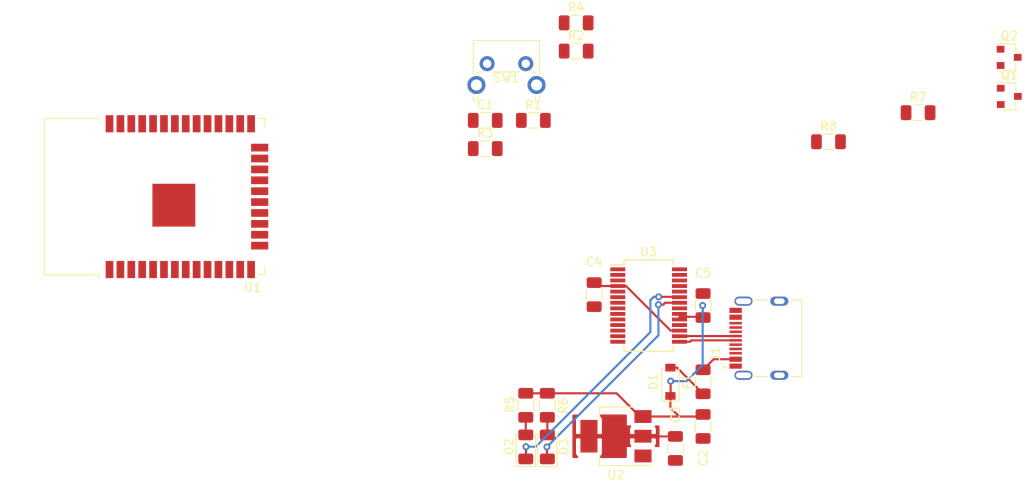
<source format=kicad_pcb>
(kicad_pcb (version 20171130) (host pcbnew "(5.1.6)-1")

  (general
    (thickness 1.6)
    (drawings 0)
    (tracks 61)
    (zones 0)
    (modules 24)
    (nets 69)
  )

  (page A4)
  (layers
    (0 F.Cu signal)
    (31 B.Cu signal)
    (32 B.Adhes user)
    (33 F.Adhes user)
    (34 B.Paste user)
    (35 F.Paste user)
    (36 B.SilkS user)
    (37 F.SilkS user)
    (38 B.Mask user)
    (39 F.Mask user)
    (40 Dwgs.User user)
    (41 Cmts.User user)
    (42 Eco1.User user)
    (43 Eco2.User user)
    (44 Edge.Cuts user)
    (45 Margin user)
    (46 B.CrtYd user)
    (47 F.CrtYd user)
    (48 B.Fab user hide)
    (49 F.Fab user hide)
  )

  (setup
    (last_trace_width 0.25)
    (trace_clearance 0.2)
    (zone_clearance 0.508)
    (zone_45_only no)
    (trace_min 0.2)
    (via_size 0.8)
    (via_drill 0.4)
    (via_min_size 0.4)
    (via_min_drill 0.3)
    (uvia_size 0.3)
    (uvia_drill 0.1)
    (uvias_allowed no)
    (uvia_min_size 0.2)
    (uvia_min_drill 0.1)
    (edge_width 0.05)
    (segment_width 0.2)
    (pcb_text_width 0.3)
    (pcb_text_size 1.5 1.5)
    (mod_edge_width 0.12)
    (mod_text_size 1 1)
    (mod_text_width 0.15)
    (pad_size 1.524 1.524)
    (pad_drill 0.762)
    (pad_to_mask_clearance 0.05)
    (aux_axis_origin 0 0)
    (visible_elements FFFFEF7F)
    (pcbplotparams
      (layerselection 0x010fc_ffffffff)
      (usegerberextensions false)
      (usegerberattributes true)
      (usegerberadvancedattributes true)
      (creategerberjobfile true)
      (excludeedgelayer true)
      (linewidth 0.100000)
      (plotframeref false)
      (viasonmask false)
      (mode 1)
      (useauxorigin false)
      (hpglpennumber 1)
      (hpglpenspeed 20)
      (hpglpendiameter 15.000000)
      (psnegative false)
      (psa4output false)
      (plotreference true)
      (plotvalue true)
      (plotinvisibletext false)
      (padsonsilk false)
      (subtractmaskfromsilk false)
      (outputformat 1)
      (mirror false)
      (drillshape 1)
      (scaleselection 1)
      (outputdirectory ""))
  )

  (net 0 "")
  (net 1 /EN)
  (net 2 GND)
  (net 3 VBUS)
  (net 4 +3V3)
  (net 5 +3.3VA)
  (net 6 "Net-(D1-Pad2)")
  (net 7 "Net-(D2-Pad2)")
  (net 8 "Net-(D2-Pad1)")
  (net 9 "Net-(D3-Pad2)")
  (net 10 "Net-(D3-Pad1)")
  (net 11 "Net-(F1-Pad2)")
  (net 12 "/USB Connection/D+")
  (net 13 "Net-(J1-PadB7)")
  (net 14 "Net-(J1-PadA5)")
  (net 15 "Net-(J1-PadB8)")
  (net 16 "/USB Connection/D-")
  (net 17 "Net-(J1-PadB6)")
  (net 18 "Net-(J1-PadA8)")
  (net 19 "Net-(J1-PadB5)")
  (net 20 "/USB Connection/RTS")
  (net 21 "Net-(Q1-Pad1)")
  (net 22 /IO0)
  (net 23 "/USB Connection/DTR")
  (net 24 "Net-(Q2-Pad1)")
  (net 25 /SCL)
  (net 26 /SDA)
  (net 27 "Net-(R3-Pad2)")
  (net 28 /IO23)
  (net 29 /TX)
  (net 30 /RX)
  (net 31 "Net-(U1-Pad32)")
  (net 32 /RX1)
  (net 33 /TX1)
  (net 34 /IO5)
  (net 35 /RX2)
  (net 36 /TX2)
  (net 37 /IO4)
  (net 38 /BT-LED)
  (net 39 /IO15)
  (net 40 "Net-(U1-Pad22)")
  (net 41 "Net-(U1-Pad21)")
  (net 42 "Net-(U1-Pad20)")
  (net 43 "Net-(U1-Pad19)")
  (net 44 "Net-(U1-Pad18)")
  (net 45 "Net-(U1-Pad17)")
  (net 46 /IO13)
  (net 47 /IO12)
  (net 48 /IO14)
  (net 49 /IO27)
  (net 50 /IO26)
  (net 51 /IO25)
  (net 52 /IO33)
  (net 53 /IO32)
  (net 54 /IO35)
  (net 55 /IO34)
  (net 56 "Net-(U1-Pad5)")
  (net 57 "Net-(U1-Pad4)")
  (net 58 "Net-(U3-Pad28)")
  (net 59 "Net-(U3-Pad27)")
  (net 60 "Net-(U3-Pad14)")
  (net 61 "Net-(U3-Pad13)")
  (net 62 "Net-(U3-Pad12)")
  (net 63 "Net-(U3-Pad11)")
  (net 64 "Net-(U3-Pad10)")
  (net 65 "Net-(U3-Pad9)")
  (net 66 "Net-(U3-Pad6)")
  (net 67 "/USB Connection/TX")
  (net 68 "/USB Connection/RX")

  (net_class Default "This is the default net class."
    (clearance 0.2)
    (trace_width 0.25)
    (via_dia 0.8)
    (via_drill 0.4)
    (uvia_dia 0.3)
    (uvia_drill 0.1)
    (add_net +3.3VA)
    (add_net +3V3)
    (add_net /BT-LED)
    (add_net /EN)
    (add_net /IO0)
    (add_net /IO12)
    (add_net /IO13)
    (add_net /IO14)
    (add_net /IO15)
    (add_net /IO23)
    (add_net /IO25)
    (add_net /IO26)
    (add_net /IO27)
    (add_net /IO32)
    (add_net /IO33)
    (add_net /IO34)
    (add_net /IO35)
    (add_net /IO4)
    (add_net /IO5)
    (add_net /RX)
    (add_net /RX1)
    (add_net /RX2)
    (add_net /SCL)
    (add_net /SDA)
    (add_net /TX)
    (add_net /TX1)
    (add_net /TX2)
    (add_net "/USB Connection/D+")
    (add_net "/USB Connection/D-")
    (add_net "/USB Connection/DTR")
    (add_net "/USB Connection/RTS")
    (add_net "/USB Connection/RX")
    (add_net "/USB Connection/TX")
    (add_net GND)
    (add_net "Net-(D1-Pad2)")
    (add_net "Net-(D2-Pad1)")
    (add_net "Net-(D2-Pad2)")
    (add_net "Net-(D3-Pad1)")
    (add_net "Net-(D3-Pad2)")
    (add_net "Net-(F1-Pad2)")
    (add_net "Net-(J1-PadA5)")
    (add_net "Net-(J1-PadA8)")
    (add_net "Net-(J1-PadB5)")
    (add_net "Net-(J1-PadB6)")
    (add_net "Net-(J1-PadB7)")
    (add_net "Net-(J1-PadB8)")
    (add_net "Net-(Q1-Pad1)")
    (add_net "Net-(Q2-Pad1)")
    (add_net "Net-(R3-Pad2)")
    (add_net "Net-(U1-Pad17)")
    (add_net "Net-(U1-Pad18)")
    (add_net "Net-(U1-Pad19)")
    (add_net "Net-(U1-Pad20)")
    (add_net "Net-(U1-Pad21)")
    (add_net "Net-(U1-Pad22)")
    (add_net "Net-(U1-Pad32)")
    (add_net "Net-(U1-Pad4)")
    (add_net "Net-(U1-Pad5)")
    (add_net "Net-(U3-Pad10)")
    (add_net "Net-(U3-Pad11)")
    (add_net "Net-(U3-Pad12)")
    (add_net "Net-(U3-Pad13)")
    (add_net "Net-(U3-Pad14)")
    (add_net "Net-(U3-Pad27)")
    (add_net "Net-(U3-Pad28)")
    (add_net "Net-(U3-Pad6)")
    (add_net "Net-(U3-Pad9)")
    (add_net VBUS)
  )

  (module Package_SO:SSOP-28_5.3x10.2mm_P0.65mm (layer F.Cu) (tedit 5A02F25C) (tstamp 6119C1C3)
    (at 138.43 86.36)
    (descr "28-Lead Plastic Shrink Small Outline (SS)-5.30 mm Body [SSOP] (see Microchip Packaging Specification 00000049BS.pdf)")
    (tags "SSOP 0.65")
    (path /61195586/611DFD36)
    (attr smd)
    (fp_text reference U3 (at 0 -6.25) (layer F.SilkS)
      (effects (font (size 1 1) (thickness 0.15)))
    )
    (fp_text value FT232RL (at 0 6.25) (layer F.Fab)
      (effects (font (size 1 1) (thickness 0.15)))
    )
    (fp_text user %R (at 0 0) (layer F.Fab)
      (effects (font (size 0.8 0.8) (thickness 0.15)))
    )
    (fp_line (start -1.65 -5.1) (end 2.65 -5.1) (layer F.Fab) (width 0.15))
    (fp_line (start 2.65 -5.1) (end 2.65 5.1) (layer F.Fab) (width 0.15))
    (fp_line (start 2.65 5.1) (end -2.65 5.1) (layer F.Fab) (width 0.15))
    (fp_line (start -2.65 5.1) (end -2.65 -4.1) (layer F.Fab) (width 0.15))
    (fp_line (start -2.65 -4.1) (end -1.65 -5.1) (layer F.Fab) (width 0.15))
    (fp_line (start -4.75 -5.5) (end -4.75 5.5) (layer F.CrtYd) (width 0.05))
    (fp_line (start 4.75 -5.5) (end 4.75 5.5) (layer F.CrtYd) (width 0.05))
    (fp_line (start -4.75 -5.5) (end 4.75 -5.5) (layer F.CrtYd) (width 0.05))
    (fp_line (start -4.75 5.5) (end 4.75 5.5) (layer F.CrtYd) (width 0.05))
    (fp_line (start -2.875 -5.325) (end -2.875 -4.75) (layer F.SilkS) (width 0.15))
    (fp_line (start 2.875 -5.325) (end 2.875 -4.675) (layer F.SilkS) (width 0.15))
    (fp_line (start 2.875 5.325) (end 2.875 4.675) (layer F.SilkS) (width 0.15))
    (fp_line (start -2.875 5.325) (end -2.875 4.675) (layer F.SilkS) (width 0.15))
    (fp_line (start -2.875 -5.325) (end 2.875 -5.325) (layer F.SilkS) (width 0.15))
    (fp_line (start -2.875 5.325) (end 2.875 5.325) (layer F.SilkS) (width 0.15))
    (fp_line (start -2.875 -4.75) (end -4.475 -4.75) (layer F.SilkS) (width 0.15))
    (pad 28 smd rect (at 3.6 -4.225) (size 1.75 0.45) (layers F.Cu F.Paste F.Mask)
      (net 58 "Net-(U3-Pad28)"))
    (pad 27 smd rect (at 3.6 -3.575) (size 1.75 0.45) (layers F.Cu F.Paste F.Mask)
      (net 59 "Net-(U3-Pad27)"))
    (pad 26 smd rect (at 3.6 -2.925) (size 1.75 0.45) (layers F.Cu F.Paste F.Mask)
      (net 2 GND))
    (pad 25 smd rect (at 3.6 -2.275) (size 1.75 0.45) (layers F.Cu F.Paste F.Mask)
      (net 2 GND))
    (pad 24 smd rect (at 3.6 -1.625) (size 1.75 0.45) (layers F.Cu F.Paste F.Mask))
    (pad 23 smd rect (at 3.6 -0.975) (size 1.75 0.45) (layers F.Cu F.Paste F.Mask)
      (net 8 "Net-(D2-Pad1)"))
    (pad 22 smd rect (at 3.6 -0.325) (size 1.75 0.45) (layers F.Cu F.Paste F.Mask)
      (net 10 "Net-(D3-Pad1)"))
    (pad 21 smd rect (at 3.6 0.325) (size 1.75 0.45) (layers F.Cu F.Paste F.Mask)
      (net 2 GND))
    (pad 20 smd rect (at 3.6 0.975) (size 1.75 0.45) (layers F.Cu F.Paste F.Mask)
      (net 3 VBUS))
    (pad 19 smd rect (at 3.6 1.625) (size 1.75 0.45) (layers F.Cu F.Paste F.Mask)
      (net 3 VBUS))
    (pad 18 smd rect (at 3.6 2.275) (size 1.75 0.45) (layers F.Cu F.Paste F.Mask)
      (net 2 GND))
    (pad 17 smd rect (at 3.6 2.925) (size 1.75 0.45) (layers F.Cu F.Paste F.Mask)
      (net 5 +3.3VA))
    (pad 16 smd rect (at 3.6 3.575) (size 1.75 0.45) (layers F.Cu F.Paste F.Mask)
      (net 16 "/USB Connection/D-"))
    (pad 15 smd rect (at 3.6 4.225) (size 1.75 0.45) (layers F.Cu F.Paste F.Mask)
      (net 12 "/USB Connection/D+"))
    (pad 14 smd rect (at -3.6 4.225) (size 1.75 0.45) (layers F.Cu F.Paste F.Mask)
      (net 60 "Net-(U3-Pad14)"))
    (pad 13 smd rect (at -3.6 3.575) (size 1.75 0.45) (layers F.Cu F.Paste F.Mask)
      (net 61 "Net-(U3-Pad13)"))
    (pad 12 smd rect (at -3.6 2.925) (size 1.75 0.45) (layers F.Cu F.Paste F.Mask)
      (net 62 "Net-(U3-Pad12)"))
    (pad 11 smd rect (at -3.6 2.275) (size 1.75 0.45) (layers F.Cu F.Paste F.Mask)
      (net 63 "Net-(U3-Pad11)"))
    (pad 10 smd rect (at -3.6 1.625) (size 1.75 0.45) (layers F.Cu F.Paste F.Mask)
      (net 64 "Net-(U3-Pad10)"))
    (pad 9 smd rect (at -3.6 0.975) (size 1.75 0.45) (layers F.Cu F.Paste F.Mask)
      (net 65 "Net-(U3-Pad9)"))
    (pad 8 smd rect (at -3.6 0.325) (size 1.75 0.45) (layers F.Cu F.Paste F.Mask))
    (pad 7 smd rect (at -3.6 -0.325) (size 1.75 0.45) (layers F.Cu F.Paste F.Mask)
      (net 2 GND))
    (pad 6 smd rect (at -3.6 -0.975) (size 1.75 0.45) (layers F.Cu F.Paste F.Mask)
      (net 66 "Net-(U3-Pad6)"))
    (pad 5 smd rect (at -3.6 -1.625) (size 1.75 0.45) (layers F.Cu F.Paste F.Mask)
      (net 67 "/USB Connection/TX"))
    (pad 4 smd rect (at -3.6 -2.275) (size 1.75 0.45) (layers F.Cu F.Paste F.Mask)
      (net 5 +3.3VA))
    (pad 3 smd rect (at -3.6 -2.925) (size 1.75 0.45) (layers F.Cu F.Paste F.Mask)
      (net 20 "/USB Connection/RTS"))
    (pad 2 smd rect (at -3.6 -3.575) (size 1.75 0.45) (layers F.Cu F.Paste F.Mask)
      (net 23 "/USB Connection/DTR"))
    (pad 1 smd rect (at -3.6 -4.225) (size 1.75 0.45) (layers F.Cu F.Paste F.Mask)
      (net 68 "/USB Connection/RX"))
    (model ${KISYS3DMOD}/Package_SO.3dshapes/SSOP-28_5.3x10.2mm_P0.65mm.wrl
      (at (xyz 0 0 0))
      (scale (xyz 1 1 1))
      (rotate (xyz 0 0 0))
    )
  )

  (module Package_TO_SOT_SMD:SOT-223 (layer F.Cu) (tedit 5A02FF57) (tstamp 6119B535)
    (at 134.62 101.6 180)
    (descr "module CMS SOT223 4 pins")
    (tags "CMS SOT")
    (path /611C9502/611D0359)
    (attr smd)
    (fp_text reference U2 (at 0 -4.5) (layer F.SilkS)
      (effects (font (size 1 1) (thickness 0.15)))
    )
    (fp_text value NCP1117ST33T3G (at 0 4.5) (layer F.Fab)
      (effects (font (size 1 1) (thickness 0.15)))
    )
    (fp_text user %R (at 0 0 90) (layer F.Fab)
      (effects (font (size 0.8 0.8) (thickness 0.12)))
    )
    (fp_line (start -1.85 -2.3) (end -0.8 -3.35) (layer F.Fab) (width 0.1))
    (fp_line (start 1.91 3.41) (end 1.91 2.15) (layer F.SilkS) (width 0.12))
    (fp_line (start 1.91 -3.41) (end 1.91 -2.15) (layer F.SilkS) (width 0.12))
    (fp_line (start 4.4 -3.6) (end -4.4 -3.6) (layer F.CrtYd) (width 0.05))
    (fp_line (start 4.4 3.6) (end 4.4 -3.6) (layer F.CrtYd) (width 0.05))
    (fp_line (start -4.4 3.6) (end 4.4 3.6) (layer F.CrtYd) (width 0.05))
    (fp_line (start -4.4 -3.6) (end -4.4 3.6) (layer F.CrtYd) (width 0.05))
    (fp_line (start -1.85 -2.3) (end -1.85 3.35) (layer F.Fab) (width 0.1))
    (fp_line (start -1.85 3.41) (end 1.91 3.41) (layer F.SilkS) (width 0.12))
    (fp_line (start -0.8 -3.35) (end 1.85 -3.35) (layer F.Fab) (width 0.1))
    (fp_line (start -4.1 -3.41) (end 1.91 -3.41) (layer F.SilkS) (width 0.12))
    (fp_line (start -1.85 3.35) (end 1.85 3.35) (layer F.Fab) (width 0.1))
    (fp_line (start 1.85 -3.35) (end 1.85 3.35) (layer F.Fab) (width 0.1))
    (pad 1 smd rect (at -3.15 -2.3 180) (size 2 1.5) (layers F.Cu F.Paste F.Mask)
      (net 2 GND))
    (pad 3 smd rect (at -3.15 2.3 180) (size 2 1.5) (layers F.Cu F.Paste F.Mask)
      (net 3 VBUS))
    (pad 2 smd rect (at -3.15 0 180) (size 2 1.5) (layers F.Cu F.Paste F.Mask)
      (net 4 +3V3))
    (pad 4 smd rect (at 3.15 0 180) (size 2 3.8) (layers F.Cu F.Paste F.Mask)
      (net 4 +3V3))
    (model ${KISYS3DMOD}/Package_TO_SOT_SMD.3dshapes/SOT-223.wrl
      (at (xyz 0 0 0))
      (scale (xyz 1 1 1))
      (rotate (xyz 0 0 0))
    )
  )

  (module RF_Module:ESP32-WROOM-32 (layer F.Cu) (tedit 5B5B4654) (tstamp 6119BBB6)
    (at 83.82 73.66 90)
    (descr "Single 2.4 GHz Wi-Fi and Bluetooth combo chip https://www.espressif.com/sites/default/files/documentation/esp32-wroom-32_datasheet_en.pdf")
    (tags "Single 2.4 GHz Wi-Fi and Bluetooth combo  chip")
    (path /61191633)
    (attr smd)
    (fp_text reference U1 (at -10.61 8.43) (layer F.SilkS)
      (effects (font (size 1 1) (thickness 0.15)))
    )
    (fp_text value ESP32-WROOM-32 (at 0 11.5 90) (layer F.Fab)
      (effects (font (size 1 1) (thickness 0.15)))
    )
    (fp_text user "5 mm" (at 7.8 -19.075) (layer Cmts.User)
      (effects (font (size 0.5 0.5) (thickness 0.1)))
    )
    (fp_text user "5 mm" (at -11.2 -14.375 90) (layer Cmts.User)
      (effects (font (size 0.5 0.5) (thickness 0.1)))
    )
    (fp_text user "5 mm" (at 11.8 -14.375 90) (layer Cmts.User)
      (effects (font (size 0.5 0.5) (thickness 0.1)))
    )
    (fp_text user Antenna (at 0 -13 90) (layer Cmts.User)
      (effects (font (size 1 1) (thickness 0.15)))
    )
    (fp_text user "KEEP-OUT ZONE" (at 0 -19 90) (layer Cmts.User)
      (effects (font (size 1 1) (thickness 0.15)))
    )
    (fp_text user %R (at 0 0 90) (layer F.Fab)
      (effects (font (size 1 1) (thickness 0.15)))
    )
    (fp_line (start -14 -9.97) (end -14 -20.75) (layer Dwgs.User) (width 0.1))
    (fp_line (start 9 9.76) (end 9 -15.745) (layer F.Fab) (width 0.1))
    (fp_line (start -9 9.76) (end 9 9.76) (layer F.Fab) (width 0.1))
    (fp_line (start -9 -15.745) (end -9 -10.02) (layer F.Fab) (width 0.1))
    (fp_line (start -9 -15.745) (end 9 -15.745) (layer F.Fab) (width 0.1))
    (fp_line (start -9.75 10.5) (end -9.75 -9.72) (layer F.CrtYd) (width 0.05))
    (fp_line (start -9.75 10.5) (end 9.75 10.5) (layer F.CrtYd) (width 0.05))
    (fp_line (start 9.75 -9.72) (end 9.75 10.5) (layer F.CrtYd) (width 0.05))
    (fp_line (start -14.25 -21) (end 14.25 -21) (layer F.CrtYd) (width 0.05))
    (fp_line (start -9 -9.02) (end -9 9.76) (layer F.Fab) (width 0.1))
    (fp_line (start -8.5 -9.52) (end -9 -10.02) (layer F.Fab) (width 0.1))
    (fp_line (start -9 -9.02) (end -8.5 -9.52) (layer F.Fab) (width 0.1))
    (fp_line (start 14 -9.97) (end -14 -9.97) (layer Dwgs.User) (width 0.1))
    (fp_line (start 14 -9.97) (end 14 -20.75) (layer Dwgs.User) (width 0.1))
    (fp_line (start 14 -20.75) (end -14 -20.75) (layer Dwgs.User) (width 0.1))
    (fp_line (start -14.25 -21) (end -14.25 -9.72) (layer F.CrtYd) (width 0.05))
    (fp_line (start 14.25 -21) (end 14.25 -9.72) (layer F.CrtYd) (width 0.05))
    (fp_line (start -14.25 -9.72) (end -9.75 -9.72) (layer F.CrtYd) (width 0.05))
    (fp_line (start 9.75 -9.72) (end 14.25 -9.72) (layer F.CrtYd) (width 0.05))
    (fp_line (start -12.525 -20.75) (end -14 -19.66) (layer Dwgs.User) (width 0.1))
    (fp_line (start -10.525 -20.75) (end -14 -18.045) (layer Dwgs.User) (width 0.1))
    (fp_line (start -8.525 -20.75) (end -14 -16.43) (layer Dwgs.User) (width 0.1))
    (fp_line (start -6.525 -20.75) (end -14 -14.815) (layer Dwgs.User) (width 0.1))
    (fp_line (start -4.525 -20.75) (end -14 -13.2) (layer Dwgs.User) (width 0.1))
    (fp_line (start -2.525 -20.75) (end -14 -11.585) (layer Dwgs.User) (width 0.1))
    (fp_line (start -0.525 -20.75) (end -14 -9.97) (layer Dwgs.User) (width 0.1))
    (fp_line (start 1.475 -20.75) (end -12 -9.97) (layer Dwgs.User) (width 0.1))
    (fp_line (start 3.475 -20.75) (end -10 -9.97) (layer Dwgs.User) (width 0.1))
    (fp_line (start -8 -9.97) (end 5.475 -20.75) (layer Dwgs.User) (width 0.1))
    (fp_line (start 7.475 -20.75) (end -6 -9.97) (layer Dwgs.User) (width 0.1))
    (fp_line (start 9.475 -20.75) (end -4 -9.97) (layer Dwgs.User) (width 0.1))
    (fp_line (start 11.475 -20.75) (end -2 -9.97) (layer Dwgs.User) (width 0.1))
    (fp_line (start 13.475 -20.75) (end 0 -9.97) (layer Dwgs.User) (width 0.1))
    (fp_line (start 14 -19.66) (end 2 -9.97) (layer Dwgs.User) (width 0.1))
    (fp_line (start 14 -18.045) (end 4 -9.97) (layer Dwgs.User) (width 0.1))
    (fp_line (start 14 -16.43) (end 6 -9.97) (layer Dwgs.User) (width 0.1))
    (fp_line (start 14 -14.815) (end 8 -9.97) (layer Dwgs.User) (width 0.1))
    (fp_line (start 14 -13.2) (end 10 -9.97) (layer Dwgs.User) (width 0.1))
    (fp_line (start 14 -11.585) (end 12 -9.97) (layer Dwgs.User) (width 0.1))
    (fp_line (start 9.2 -13.875) (end 13.8 -13.875) (layer Cmts.User) (width 0.1))
    (fp_line (start 13.8 -13.875) (end 13.6 -14.075) (layer Cmts.User) (width 0.1))
    (fp_line (start 13.8 -13.875) (end 13.6 -13.675) (layer Cmts.User) (width 0.1))
    (fp_line (start 9.2 -13.875) (end 9.4 -14.075) (layer Cmts.User) (width 0.1))
    (fp_line (start 9.2 -13.875) (end 9.4 -13.675) (layer Cmts.User) (width 0.1))
    (fp_line (start -13.8 -13.875) (end -13.6 -14.075) (layer Cmts.User) (width 0.1))
    (fp_line (start -13.8 -13.875) (end -13.6 -13.675) (layer Cmts.User) (width 0.1))
    (fp_line (start -9.2 -13.875) (end -9.4 -13.675) (layer Cmts.User) (width 0.1))
    (fp_line (start -13.8 -13.875) (end -9.2 -13.875) (layer Cmts.User) (width 0.1))
    (fp_line (start -9.2 -13.875) (end -9.4 -14.075) (layer Cmts.User) (width 0.1))
    (fp_line (start 8.4 -16) (end 8.2 -16.2) (layer Cmts.User) (width 0.1))
    (fp_line (start 8.4 -16) (end 8.6 -16.2) (layer Cmts.User) (width 0.1))
    (fp_line (start 8.4 -20.6) (end 8.6 -20.4) (layer Cmts.User) (width 0.1))
    (fp_line (start 8.4 -16) (end 8.4 -20.6) (layer Cmts.User) (width 0.1))
    (fp_line (start 8.4 -20.6) (end 8.2 -20.4) (layer Cmts.User) (width 0.1))
    (fp_line (start -9.12 9.1) (end -9.12 9.88) (layer F.SilkS) (width 0.12))
    (fp_line (start -9.12 9.88) (end -8.12 9.88) (layer F.SilkS) (width 0.12))
    (fp_line (start 9.12 9.1) (end 9.12 9.88) (layer F.SilkS) (width 0.12))
    (fp_line (start 9.12 9.88) (end 8.12 9.88) (layer F.SilkS) (width 0.12))
    (fp_line (start -9.12 -15.865) (end 9.12 -15.865) (layer F.SilkS) (width 0.12))
    (fp_line (start 9.12 -15.865) (end 9.12 -9.445) (layer F.SilkS) (width 0.12))
    (fp_line (start -9.12 -15.865) (end -9.12 -9.445) (layer F.SilkS) (width 0.12))
    (fp_line (start -9.12 -9.445) (end -9.5 -9.445) (layer F.SilkS) (width 0.12))
    (pad 38 smd rect (at 8.5 -8.255 90) (size 2 0.9) (layers F.Cu F.Paste F.Mask)
      (net 2 GND))
    (pad 37 smd rect (at 8.5 -6.985 90) (size 2 0.9) (layers F.Cu F.Paste F.Mask)
      (net 28 /IO23))
    (pad 36 smd rect (at 8.5 -5.715 90) (size 2 0.9) (layers F.Cu F.Paste F.Mask)
      (net 25 /SCL))
    (pad 35 smd rect (at 8.5 -4.445 90) (size 2 0.9) (layers F.Cu F.Paste F.Mask)
      (net 29 /TX))
    (pad 34 smd rect (at 8.5 -3.175 90) (size 2 0.9) (layers F.Cu F.Paste F.Mask)
      (net 30 /RX))
    (pad 33 smd rect (at 8.5 -1.905 90) (size 2 0.9) (layers F.Cu F.Paste F.Mask)
      (net 26 /SDA))
    (pad 32 smd rect (at 8.5 -0.635 90) (size 2 0.9) (layers F.Cu F.Paste F.Mask)
      (net 31 "Net-(U1-Pad32)"))
    (pad 31 smd rect (at 8.5 0.635 90) (size 2 0.9) (layers F.Cu F.Paste F.Mask)
      (net 32 /RX1))
    (pad 30 smd rect (at 8.5 1.905 90) (size 2 0.9) (layers F.Cu F.Paste F.Mask)
      (net 33 /TX1))
    (pad 29 smd rect (at 8.5 3.175 90) (size 2 0.9) (layers F.Cu F.Paste F.Mask)
      (net 34 /IO5))
    (pad 28 smd rect (at 8.5 4.445 90) (size 2 0.9) (layers F.Cu F.Paste F.Mask)
      (net 35 /RX2))
    (pad 27 smd rect (at 8.5 5.715 90) (size 2 0.9) (layers F.Cu F.Paste F.Mask)
      (net 36 /TX2))
    (pad 26 smd rect (at 8.5 6.985 90) (size 2 0.9) (layers F.Cu F.Paste F.Mask)
      (net 37 /IO4))
    (pad 25 smd rect (at 8.5 8.255 90) (size 2 0.9) (layers F.Cu F.Paste F.Mask)
      (net 22 /IO0))
    (pad 24 smd rect (at 5.715 9.255 180) (size 2 0.9) (layers F.Cu F.Paste F.Mask)
      (net 38 /BT-LED))
    (pad 23 smd rect (at 4.445 9.255 180) (size 2 0.9) (layers F.Cu F.Paste F.Mask)
      (net 39 /IO15))
    (pad 22 smd rect (at 3.175 9.255 180) (size 2 0.9) (layers F.Cu F.Paste F.Mask)
      (net 40 "Net-(U1-Pad22)"))
    (pad 21 smd rect (at 1.905 9.255 180) (size 2 0.9) (layers F.Cu F.Paste F.Mask)
      (net 41 "Net-(U1-Pad21)"))
    (pad 20 smd rect (at 0.635 9.255 180) (size 2 0.9) (layers F.Cu F.Paste F.Mask)
      (net 42 "Net-(U1-Pad20)"))
    (pad 19 smd rect (at -0.635 9.255 180) (size 2 0.9) (layers F.Cu F.Paste F.Mask)
      (net 43 "Net-(U1-Pad19)"))
    (pad 18 smd rect (at -1.905 9.255 180) (size 2 0.9) (layers F.Cu F.Paste F.Mask)
      (net 44 "Net-(U1-Pad18)"))
    (pad 17 smd rect (at -3.175 9.255 180) (size 2 0.9) (layers F.Cu F.Paste F.Mask)
      (net 45 "Net-(U1-Pad17)"))
    (pad 16 smd rect (at -4.445 9.255 180) (size 2 0.9) (layers F.Cu F.Paste F.Mask)
      (net 46 /IO13))
    (pad 15 smd rect (at -5.715 9.255 180) (size 2 0.9) (layers F.Cu F.Paste F.Mask)
      (net 2 GND))
    (pad 14 smd rect (at -8.5 8.255 90) (size 2 0.9) (layers F.Cu F.Paste F.Mask)
      (net 47 /IO12))
    (pad 13 smd rect (at -8.5 6.985 90) (size 2 0.9) (layers F.Cu F.Paste F.Mask)
      (net 48 /IO14))
    (pad 12 smd rect (at -8.5 5.715 90) (size 2 0.9) (layers F.Cu F.Paste F.Mask)
      (net 49 /IO27))
    (pad 11 smd rect (at -8.5 4.445 90) (size 2 0.9) (layers F.Cu F.Paste F.Mask)
      (net 50 /IO26))
    (pad 10 smd rect (at -8.5 3.175 90) (size 2 0.9) (layers F.Cu F.Paste F.Mask)
      (net 51 /IO25))
    (pad 9 smd rect (at -8.5 1.905 90) (size 2 0.9) (layers F.Cu F.Paste F.Mask)
      (net 52 /IO33))
    (pad 8 smd rect (at -8.5 0.635 90) (size 2 0.9) (layers F.Cu F.Paste F.Mask)
      (net 53 /IO32))
    (pad 7 smd rect (at -8.5 -0.635 90) (size 2 0.9) (layers F.Cu F.Paste F.Mask)
      (net 54 /IO35))
    (pad 6 smd rect (at -8.5 -1.905 90) (size 2 0.9) (layers F.Cu F.Paste F.Mask)
      (net 55 /IO34))
    (pad 5 smd rect (at -8.5 -3.175 90) (size 2 0.9) (layers F.Cu F.Paste F.Mask)
      (net 56 "Net-(U1-Pad5)"))
    (pad 4 smd rect (at -8.5 -4.445 90) (size 2 0.9) (layers F.Cu F.Paste F.Mask)
      (net 57 "Net-(U1-Pad4)"))
    (pad 3 smd rect (at -8.5 -5.715 90) (size 2 0.9) (layers F.Cu F.Paste F.Mask)
      (net 1 /EN))
    (pad 2 smd rect (at -8.5 -6.985 90) (size 2 0.9) (layers F.Cu F.Paste F.Mask)
      (net 4 +3V3))
    (pad 1 smd rect (at -8.5 -8.255 90) (size 2 0.9) (layers F.Cu F.Paste F.Mask)
      (net 2 GND))
    (pad 39 smd rect (at -1 -0.755 90) (size 5 5) (layers F.Cu F.Paste F.Mask)
      (net 2 GND))
    (model ${KISYS3DMOD}/RF_Module.3dshapes/ESP32-WROOM-32.wrl
      (at (xyz 0 0 0))
      (scale (xyz 1 1 1))
      (rotate (xyz 0 0 0))
    )
  )

  (module Button_Switch_THT:SW_Tactile_SPST_Angled_PTS645Vx58-2LFS (layer F.Cu) (tedit 5A02FE31) (tstamp 6119B4B0)
    (at 119.6 58.155)
    (descr "tactile switch SPST right angle, PTS645VL58-2 LFS")
    (tags "tactile switch SPST angled PTS645VL58-2 LFS C&K Button")
    (path /611A723A)
    (fp_text reference SW1 (at 2.25 1.68) (layer F.SilkS)
      (effects (font (size 1 1) (thickness 0.15)))
    )
    (fp_text value Reset (at 2.25 5.38988) (layer F.Fab)
      (effects (font (size 1 1) (thickness 0.15)))
    )
    (fp_text user %R (at 2.25 1.68) (layer F.Fab)
      (effects (font (size 1 1) (thickness 0.15)))
    )
    (fp_line (start 0.5 -5.85) (end 0.5 -2.59) (layer F.Fab) (width 0.1))
    (fp_line (start 4 -5.85) (end 4 -2.59) (layer F.Fab) (width 0.1))
    (fp_line (start 0.5 -5.85) (end 4 -5.85) (layer F.Fab) (width 0.1))
    (fp_line (start -1.09 0.97) (end -1.09 1.2) (layer F.SilkS) (width 0.12))
    (fp_line (start 5.7 4.2) (end 5.7 0.86) (layer F.Fab) (width 0.1))
    (fp_line (start -1.5 4.2) (end -1.2 4.2) (layer F.Fab) (width 0.1))
    (fp_line (start -1.2 0.86) (end 5.7 0.86) (layer F.Fab) (width 0.1))
    (fp_line (start 6 4.2) (end 6 -2.59) (layer F.Fab) (width 0.1))
    (fp_line (start -2.5 -2.8) (end 7.05 -2.8) (layer F.CrtYd) (width 0.05))
    (fp_line (start 7.05 -2.8) (end 7.05 4.45) (layer F.CrtYd) (width 0.05))
    (fp_line (start 7.05 4.45) (end -2.5 4.45) (layer F.CrtYd) (width 0.05))
    (fp_line (start -2.5 4.45) (end -2.5 -2.8) (layer F.CrtYd) (width 0.05))
    (fp_line (start -1.61 -2.7) (end 6.11 -2.7) (layer F.SilkS) (width 0.12))
    (fp_line (start 6.11 -2.7) (end 6.11 1.2) (layer F.SilkS) (width 0.12))
    (fp_line (start -1.61 4.31) (end -1.09 4.31) (layer F.SilkS) (width 0.12))
    (fp_line (start -1.61 -2.7) (end -1.61 1.2) (layer F.SilkS) (width 0.12))
    (fp_line (start -1.5 -2.59) (end 6 -2.59) (layer F.Fab) (width 0.1))
    (fp_line (start -1.5 4.2) (end -1.5 -2.59) (layer F.Fab) (width 0.1))
    (fp_line (start 5.7 4.2) (end 6 4.2) (layer F.Fab) (width 0.1))
    (fp_line (start -1.2 4.2) (end -1.2 0.86) (layer F.Fab) (width 0.1))
    (fp_line (start 5.59 0.97) (end 5.59 1.2) (layer F.SilkS) (width 0.12))
    (fp_line (start -1.09 3.8) (end -1.09 4.31) (layer F.SilkS) (width 0.12))
    (fp_line (start -1.61 3.8) (end -1.61 4.31) (layer F.SilkS) (width 0.12))
    (fp_line (start 5.05 0.97) (end 5.59 0.97) (layer F.SilkS) (width 0.12))
    (fp_line (start 5.59 3.8) (end 5.59 4.31) (layer F.SilkS) (width 0.12))
    (fp_line (start 5.59 4.31) (end 6.11 4.31) (layer F.SilkS) (width 0.12))
    (fp_line (start 6.11 3.8) (end 6.11 4.31) (layer F.SilkS) (width 0.12))
    (fp_line (start -1.09 0.97) (end -0.55 0.97) (layer F.SilkS) (width 0.12))
    (fp_line (start 0.55 0.97) (end 3.95 0.97) (layer F.SilkS) (width 0.12))
    (pad "" thru_hole circle (at -1.25 2.49) (size 2.1 2.1) (drill 1.3) (layers *.Cu *.Mask))
    (pad 1 thru_hole circle (at 0 0) (size 1.75 1.75) (drill 0.99) (layers *.Cu *.Mask)
      (net 2 GND))
    (pad 2 thru_hole circle (at 4.5 0) (size 1.75 1.75) (drill 0.99) (layers *.Cu *.Mask)
      (net 27 "Net-(R3-Pad2)"))
    (pad "" thru_hole circle (at 5.76 2.49) (size 2.1 2.1) (drill 1.3) (layers *.Cu *.Mask))
    (model ${KISYS3DMOD}/Button_Switch_THT.3dshapes/SW_Tactile_SPST_Angled_PTS645Vx58-2LFS.wrl
      (at (xyz 0 0 0))
      (scale (xyz 1 1 1))
      (rotate (xyz 0 0 0))
    )
  )

  (module Resistor_SMD:R_1206_3216Metric (layer F.Cu) (tedit 5B301BBD) (tstamp 6119B48A)
    (at 159.4 67.26)
    (descr "Resistor SMD 1206 (3216 Metric), square (rectangular) end terminal, IPC_7351 nominal, (Body size source: http://www.tortai-tech.com/upload/download/2011102023233369053.pdf), generated with kicad-footprint-generator")
    (tags resistor)
    (path /61195586/611FDB20)
    (attr smd)
    (fp_text reference R8 (at 0 -1.82) (layer F.SilkS)
      (effects (font (size 1 1) (thickness 0.15)))
    )
    (fp_text value 10K (at 0 1.82) (layer F.Fab)
      (effects (font (size 1 1) (thickness 0.15)))
    )
    (fp_text user %R (at 0 0) (layer F.Fab)
      (effects (font (size 0.8 0.8) (thickness 0.12)))
    )
    (fp_line (start -1.6 0.8) (end -1.6 -0.8) (layer F.Fab) (width 0.1))
    (fp_line (start -1.6 -0.8) (end 1.6 -0.8) (layer F.Fab) (width 0.1))
    (fp_line (start 1.6 -0.8) (end 1.6 0.8) (layer F.Fab) (width 0.1))
    (fp_line (start 1.6 0.8) (end -1.6 0.8) (layer F.Fab) (width 0.1))
    (fp_line (start -0.602064 -0.91) (end 0.602064 -0.91) (layer F.SilkS) (width 0.12))
    (fp_line (start -0.602064 0.91) (end 0.602064 0.91) (layer F.SilkS) (width 0.12))
    (fp_line (start -2.28 1.12) (end -2.28 -1.12) (layer F.CrtYd) (width 0.05))
    (fp_line (start -2.28 -1.12) (end 2.28 -1.12) (layer F.CrtYd) (width 0.05))
    (fp_line (start 2.28 -1.12) (end 2.28 1.12) (layer F.CrtYd) (width 0.05))
    (fp_line (start 2.28 1.12) (end -2.28 1.12) (layer F.CrtYd) (width 0.05))
    (pad 2 smd roundrect (at 1.4 0) (size 1.25 1.75) (layers F.Cu F.Paste F.Mask) (roundrect_rratio 0.2)
      (net 20 "/USB Connection/RTS"))
    (pad 1 smd roundrect (at -1.4 0) (size 1.25 1.75) (layers F.Cu F.Paste F.Mask) (roundrect_rratio 0.2)
      (net 24 "Net-(Q2-Pad1)"))
    (model ${KISYS3DMOD}/Resistor_SMD.3dshapes/R_1206_3216Metric.wrl
      (at (xyz 0 0 0))
      (scale (xyz 1 1 1))
      (rotate (xyz 0 0 0))
    )
  )

  (module Resistor_SMD:R_1206_3216Metric (layer F.Cu) (tedit 5B301BBD) (tstamp 6119B479)
    (at 169.85 63.87)
    (descr "Resistor SMD 1206 (3216 Metric), square (rectangular) end terminal, IPC_7351 nominal, (Body size source: http://www.tortai-tech.com/upload/download/2011102023233369053.pdf), generated with kicad-footprint-generator")
    (tags resistor)
    (path /61195586/611FCCAF)
    (attr smd)
    (fp_text reference R7 (at 0 -1.82) (layer F.SilkS)
      (effects (font (size 1 1) (thickness 0.15)))
    )
    (fp_text value 10K (at 0 1.82) (layer F.Fab)
      (effects (font (size 1 1) (thickness 0.15)))
    )
    (fp_text user %R (at 0 0) (layer F.Fab)
      (effects (font (size 0.8 0.8) (thickness 0.12)))
    )
    (fp_line (start -1.6 0.8) (end -1.6 -0.8) (layer F.Fab) (width 0.1))
    (fp_line (start -1.6 -0.8) (end 1.6 -0.8) (layer F.Fab) (width 0.1))
    (fp_line (start 1.6 -0.8) (end 1.6 0.8) (layer F.Fab) (width 0.1))
    (fp_line (start 1.6 0.8) (end -1.6 0.8) (layer F.Fab) (width 0.1))
    (fp_line (start -0.602064 -0.91) (end 0.602064 -0.91) (layer F.SilkS) (width 0.12))
    (fp_line (start -0.602064 0.91) (end 0.602064 0.91) (layer F.SilkS) (width 0.12))
    (fp_line (start -2.28 1.12) (end -2.28 -1.12) (layer F.CrtYd) (width 0.05))
    (fp_line (start -2.28 -1.12) (end 2.28 -1.12) (layer F.CrtYd) (width 0.05))
    (fp_line (start 2.28 -1.12) (end 2.28 1.12) (layer F.CrtYd) (width 0.05))
    (fp_line (start 2.28 1.12) (end -2.28 1.12) (layer F.CrtYd) (width 0.05))
    (pad 2 smd roundrect (at 1.4 0) (size 1.25 1.75) (layers F.Cu F.Paste F.Mask) (roundrect_rratio 0.2)
      (net 23 "/USB Connection/DTR"))
    (pad 1 smd roundrect (at -1.4 0) (size 1.25 1.75) (layers F.Cu F.Paste F.Mask) (roundrect_rratio 0.2)
      (net 21 "Net-(Q1-Pad1)"))
    (model ${KISYS3DMOD}/Resistor_SMD.3dshapes/R_1206_3216Metric.wrl
      (at (xyz 0 0 0))
      (scale (xyz 1 1 1))
      (rotate (xyz 0 0 0))
    )
  )

  (module Resistor_SMD:R_1206_3216Metric (layer F.Cu) (tedit 5B301BBD) (tstamp 6119B468)
    (at 126.619 97.9932 270)
    (descr "Resistor SMD 1206 (3216 Metric), square (rectangular) end terminal, IPC_7351 nominal, (Body size source: http://www.tortai-tech.com/upload/download/2011102023233369053.pdf), generated with kicad-footprint-generator")
    (tags resistor)
    (path /61195586/611F26FF)
    (attr smd)
    (fp_text reference R6 (at 0.0508 -1.8542 90) (layer F.SilkS)
      (effects (font (size 1 1) (thickness 0.15)))
    )
    (fp_text value 1K (at 0 1.82 90) (layer F.Fab)
      (effects (font (size 1 1) (thickness 0.15)))
    )
    (fp_text user %R (at 0 0 90) (layer F.Fab)
      (effects (font (size 0.8 0.8) (thickness 0.12)))
    )
    (fp_line (start -1.6 0.8) (end -1.6 -0.8) (layer F.Fab) (width 0.1))
    (fp_line (start -1.6 -0.8) (end 1.6 -0.8) (layer F.Fab) (width 0.1))
    (fp_line (start 1.6 -0.8) (end 1.6 0.8) (layer F.Fab) (width 0.1))
    (fp_line (start 1.6 0.8) (end -1.6 0.8) (layer F.Fab) (width 0.1))
    (fp_line (start -0.602064 -0.91) (end 0.602064 -0.91) (layer F.SilkS) (width 0.12))
    (fp_line (start -0.602064 0.91) (end 0.602064 0.91) (layer F.SilkS) (width 0.12))
    (fp_line (start -2.28 1.12) (end -2.28 -1.12) (layer F.CrtYd) (width 0.05))
    (fp_line (start -2.28 -1.12) (end 2.28 -1.12) (layer F.CrtYd) (width 0.05))
    (fp_line (start 2.28 -1.12) (end 2.28 1.12) (layer F.CrtYd) (width 0.05))
    (fp_line (start 2.28 1.12) (end -2.28 1.12) (layer F.CrtYd) (width 0.05))
    (pad 2 smd roundrect (at 1.4 0 270) (size 1.25 1.75) (layers F.Cu F.Paste F.Mask) (roundrect_rratio 0.2)
      (net 9 "Net-(D3-Pad2)"))
    (pad 1 smd roundrect (at -1.4 0 270) (size 1.25 1.75) (layers F.Cu F.Paste F.Mask) (roundrect_rratio 0.2)
      (net 3 VBUS))
    (model ${KISYS3DMOD}/Resistor_SMD.3dshapes/R_1206_3216Metric.wrl
      (at (xyz 0 0 0))
      (scale (xyz 1 1 1))
      (rotate (xyz 0 0 0))
    )
  )

  (module Resistor_SMD:R_1206_3216Metric (layer F.Cu) (tedit 5B301BBD) (tstamp 6119B457)
    (at 124.1044 97.9932 270)
    (descr "Resistor SMD 1206 (3216 Metric), square (rectangular) end terminal, IPC_7351 nominal, (Body size source: http://www.tortai-tech.com/upload/download/2011102023233369053.pdf), generated with kicad-footprint-generator")
    (tags resistor)
    (path /61195586/611EFCD8)
    (attr smd)
    (fp_text reference R5 (at -0.0762 1.8542 90) (layer F.SilkS)
      (effects (font (size 1 1) (thickness 0.15)))
    )
    (fp_text value 1K (at 0 1.82 90) (layer F.Fab)
      (effects (font (size 1 1) (thickness 0.15)))
    )
    (fp_text user %R (at 0 0 90) (layer F.Fab)
      (effects (font (size 0.8 0.8) (thickness 0.12)))
    )
    (fp_line (start -1.6 0.8) (end -1.6 -0.8) (layer F.Fab) (width 0.1))
    (fp_line (start -1.6 -0.8) (end 1.6 -0.8) (layer F.Fab) (width 0.1))
    (fp_line (start 1.6 -0.8) (end 1.6 0.8) (layer F.Fab) (width 0.1))
    (fp_line (start 1.6 0.8) (end -1.6 0.8) (layer F.Fab) (width 0.1))
    (fp_line (start -0.602064 -0.91) (end 0.602064 -0.91) (layer F.SilkS) (width 0.12))
    (fp_line (start -0.602064 0.91) (end 0.602064 0.91) (layer F.SilkS) (width 0.12))
    (fp_line (start -2.28 1.12) (end -2.28 -1.12) (layer F.CrtYd) (width 0.05))
    (fp_line (start -2.28 -1.12) (end 2.28 -1.12) (layer F.CrtYd) (width 0.05))
    (fp_line (start 2.28 -1.12) (end 2.28 1.12) (layer F.CrtYd) (width 0.05))
    (fp_line (start 2.28 1.12) (end -2.28 1.12) (layer F.CrtYd) (width 0.05))
    (pad 2 smd roundrect (at 1.4 0 270) (size 1.25 1.75) (layers F.Cu F.Paste F.Mask) (roundrect_rratio 0.2)
      (net 7 "Net-(D2-Pad2)"))
    (pad 1 smd roundrect (at -1.4 0 270) (size 1.25 1.75) (layers F.Cu F.Paste F.Mask) (roundrect_rratio 0.2)
      (net 3 VBUS))
    (model ${KISYS3DMOD}/Resistor_SMD.3dshapes/R_1206_3216Metric.wrl
      (at (xyz 0 0 0))
      (scale (xyz 1 1 1))
      (rotate (xyz 0 0 0))
    )
  )

  (module Resistor_SMD:R_1206_3216Metric (layer F.Cu) (tedit 5B301BBD) (tstamp 6119B446)
    (at 129.98 53.4)
    (descr "Resistor SMD 1206 (3216 Metric), square (rectangular) end terminal, IPC_7351 nominal, (Body size source: http://www.tortai-tech.com/upload/download/2011102023233369053.pdf), generated with kicad-footprint-generator")
    (tags resistor)
    (path /611AA30D)
    (attr smd)
    (fp_text reference R4 (at 0 -1.82) (layer F.SilkS)
      (effects (font (size 1 1) (thickness 0.15)))
    )
    (fp_text value 10K (at 0 1.82) (layer F.Fab)
      (effects (font (size 1 1) (thickness 0.15)))
    )
    (fp_text user %R (at 0 0) (layer F.Fab)
      (effects (font (size 0.8 0.8) (thickness 0.12)))
    )
    (fp_line (start -1.6 0.8) (end -1.6 -0.8) (layer F.Fab) (width 0.1))
    (fp_line (start -1.6 -0.8) (end 1.6 -0.8) (layer F.Fab) (width 0.1))
    (fp_line (start 1.6 -0.8) (end 1.6 0.8) (layer F.Fab) (width 0.1))
    (fp_line (start 1.6 0.8) (end -1.6 0.8) (layer F.Fab) (width 0.1))
    (fp_line (start -0.602064 -0.91) (end 0.602064 -0.91) (layer F.SilkS) (width 0.12))
    (fp_line (start -0.602064 0.91) (end 0.602064 0.91) (layer F.SilkS) (width 0.12))
    (fp_line (start -2.28 1.12) (end -2.28 -1.12) (layer F.CrtYd) (width 0.05))
    (fp_line (start -2.28 -1.12) (end 2.28 -1.12) (layer F.CrtYd) (width 0.05))
    (fp_line (start 2.28 -1.12) (end 2.28 1.12) (layer F.CrtYd) (width 0.05))
    (fp_line (start 2.28 1.12) (end -2.28 1.12) (layer F.CrtYd) (width 0.05))
    (pad 2 smd roundrect (at 1.4 0) (size 1.25 1.75) (layers F.Cu F.Paste F.Mask) (roundrect_rratio 0.2)
      (net 4 +3V3))
    (pad 1 smd roundrect (at -1.4 0) (size 1.25 1.75) (layers F.Cu F.Paste F.Mask) (roundrect_rratio 0.2)
      (net 1 /EN))
    (model ${KISYS3DMOD}/Resistor_SMD.3dshapes/R_1206_3216Metric.wrl
      (at (xyz 0 0 0))
      (scale (xyz 1 1 1))
      (rotate (xyz 0 0 0))
    )
  )

  (module Resistor_SMD:R_1206_3216Metric (layer F.Cu) (tedit 5B301BBD) (tstamp 6119B435)
    (at 119.38 68.06)
    (descr "Resistor SMD 1206 (3216 Metric), square (rectangular) end terminal, IPC_7351 nominal, (Body size source: http://www.tortai-tech.com/upload/download/2011102023233369053.pdf), generated with kicad-footprint-generator")
    (tags resistor)
    (path /611A9540)
    (attr smd)
    (fp_text reference R3 (at 0 -1.82) (layer F.SilkS)
      (effects (font (size 1 1) (thickness 0.15)))
    )
    (fp_text value 220R (at 0 1.82) (layer F.Fab)
      (effects (font (size 1 1) (thickness 0.15)))
    )
    (fp_text user %R (at 0 0) (layer F.Fab)
      (effects (font (size 0.8 0.8) (thickness 0.12)))
    )
    (fp_line (start -1.6 0.8) (end -1.6 -0.8) (layer F.Fab) (width 0.1))
    (fp_line (start -1.6 -0.8) (end 1.6 -0.8) (layer F.Fab) (width 0.1))
    (fp_line (start 1.6 -0.8) (end 1.6 0.8) (layer F.Fab) (width 0.1))
    (fp_line (start 1.6 0.8) (end -1.6 0.8) (layer F.Fab) (width 0.1))
    (fp_line (start -0.602064 -0.91) (end 0.602064 -0.91) (layer F.SilkS) (width 0.12))
    (fp_line (start -0.602064 0.91) (end 0.602064 0.91) (layer F.SilkS) (width 0.12))
    (fp_line (start -2.28 1.12) (end -2.28 -1.12) (layer F.CrtYd) (width 0.05))
    (fp_line (start -2.28 -1.12) (end 2.28 -1.12) (layer F.CrtYd) (width 0.05))
    (fp_line (start 2.28 -1.12) (end 2.28 1.12) (layer F.CrtYd) (width 0.05))
    (fp_line (start 2.28 1.12) (end -2.28 1.12) (layer F.CrtYd) (width 0.05))
    (pad 2 smd roundrect (at 1.4 0) (size 1.25 1.75) (layers F.Cu F.Paste F.Mask) (roundrect_rratio 0.2)
      (net 27 "Net-(R3-Pad2)"))
    (pad 1 smd roundrect (at -1.4 0) (size 1.25 1.75) (layers F.Cu F.Paste F.Mask) (roundrect_rratio 0.2)
      (net 1 /EN))
    (model ${KISYS3DMOD}/Resistor_SMD.3dshapes/R_1206_3216Metric.wrl
      (at (xyz 0 0 0))
      (scale (xyz 1 1 1))
      (rotate (xyz 0 0 0))
    )
  )

  (module Resistor_SMD:R_1206_3216Metric (layer F.Cu) (tedit 5B301BBD) (tstamp 6119B424)
    (at 129.98 56.69)
    (descr "Resistor SMD 1206 (3216 Metric), square (rectangular) end terminal, IPC_7351 nominal, (Body size source: http://www.tortai-tech.com/upload/download/2011102023233369053.pdf), generated with kicad-footprint-generator")
    (tags resistor)
    (path /6119C000)
    (attr smd)
    (fp_text reference R2 (at 0 -1.82) (layer F.SilkS)
      (effects (font (size 1 1) (thickness 0.15)))
    )
    (fp_text value 10K (at 0 1.82) (layer F.Fab)
      (effects (font (size 1 1) (thickness 0.15)))
    )
    (fp_text user %R (at 0 0) (layer F.Fab)
      (effects (font (size 0.8 0.8) (thickness 0.12)))
    )
    (fp_line (start -1.6 0.8) (end -1.6 -0.8) (layer F.Fab) (width 0.1))
    (fp_line (start -1.6 -0.8) (end 1.6 -0.8) (layer F.Fab) (width 0.1))
    (fp_line (start 1.6 -0.8) (end 1.6 0.8) (layer F.Fab) (width 0.1))
    (fp_line (start 1.6 0.8) (end -1.6 0.8) (layer F.Fab) (width 0.1))
    (fp_line (start -0.602064 -0.91) (end 0.602064 -0.91) (layer F.SilkS) (width 0.12))
    (fp_line (start -0.602064 0.91) (end 0.602064 0.91) (layer F.SilkS) (width 0.12))
    (fp_line (start -2.28 1.12) (end -2.28 -1.12) (layer F.CrtYd) (width 0.05))
    (fp_line (start -2.28 -1.12) (end 2.28 -1.12) (layer F.CrtYd) (width 0.05))
    (fp_line (start 2.28 -1.12) (end 2.28 1.12) (layer F.CrtYd) (width 0.05))
    (fp_line (start 2.28 1.12) (end -2.28 1.12) (layer F.CrtYd) (width 0.05))
    (pad 2 smd roundrect (at 1.4 0) (size 1.25 1.75) (layers F.Cu F.Paste F.Mask) (roundrect_rratio 0.2)
      (net 26 /SDA))
    (pad 1 smd roundrect (at -1.4 0) (size 1.25 1.75) (layers F.Cu F.Paste F.Mask) (roundrect_rratio 0.2)
      (net 4 +3V3))
    (model ${KISYS3DMOD}/Resistor_SMD.3dshapes/R_1206_3216Metric.wrl
      (at (xyz 0 0 0))
      (scale (xyz 1 1 1))
      (rotate (xyz 0 0 0))
    )
  )

  (module Resistor_SMD:R_1206_3216Metric (layer F.Cu) (tedit 5B301BBD) (tstamp 6119B413)
    (at 124.99 64.77)
    (descr "Resistor SMD 1206 (3216 Metric), square (rectangular) end terminal, IPC_7351 nominal, (Body size source: http://www.tortai-tech.com/upload/download/2011102023233369053.pdf), generated with kicad-footprint-generator")
    (tags resistor)
    (path /6119AE6C)
    (attr smd)
    (fp_text reference R1 (at 0 -1.82) (layer F.SilkS)
      (effects (font (size 1 1) (thickness 0.15)))
    )
    (fp_text value 10K (at 0 1.82) (layer F.Fab)
      (effects (font (size 1 1) (thickness 0.15)))
    )
    (fp_text user %R (at 0 0) (layer F.Fab)
      (effects (font (size 0.8 0.8) (thickness 0.12)))
    )
    (fp_line (start -1.6 0.8) (end -1.6 -0.8) (layer F.Fab) (width 0.1))
    (fp_line (start -1.6 -0.8) (end 1.6 -0.8) (layer F.Fab) (width 0.1))
    (fp_line (start 1.6 -0.8) (end 1.6 0.8) (layer F.Fab) (width 0.1))
    (fp_line (start 1.6 0.8) (end -1.6 0.8) (layer F.Fab) (width 0.1))
    (fp_line (start -0.602064 -0.91) (end 0.602064 -0.91) (layer F.SilkS) (width 0.12))
    (fp_line (start -0.602064 0.91) (end 0.602064 0.91) (layer F.SilkS) (width 0.12))
    (fp_line (start -2.28 1.12) (end -2.28 -1.12) (layer F.CrtYd) (width 0.05))
    (fp_line (start -2.28 -1.12) (end 2.28 -1.12) (layer F.CrtYd) (width 0.05))
    (fp_line (start 2.28 -1.12) (end 2.28 1.12) (layer F.CrtYd) (width 0.05))
    (fp_line (start 2.28 1.12) (end -2.28 1.12) (layer F.CrtYd) (width 0.05))
    (pad 2 smd roundrect (at 1.4 0) (size 1.25 1.75) (layers F.Cu F.Paste F.Mask) (roundrect_rratio 0.2)
      (net 25 /SCL))
    (pad 1 smd roundrect (at -1.4 0) (size 1.25 1.75) (layers F.Cu F.Paste F.Mask) (roundrect_rratio 0.2)
      (net 4 +3V3))
    (model ${KISYS3DMOD}/Resistor_SMD.3dshapes/R_1206_3216Metric.wrl
      (at (xyz 0 0 0))
      (scale (xyz 1 1 1))
      (rotate (xyz 0 0 0))
    )
  )

  (module Package_TO_SOT_SMD:SOT-23 (layer F.Cu) (tedit 5A02FF57) (tstamp 6119B402)
    (at 180.47 57.42)
    (descr "SOT-23, Standard")
    (tags SOT-23)
    (path /61195586/611FBE7B)
    (attr smd)
    (fp_text reference Q2 (at 0 -2.5) (layer F.SilkS)
      (effects (font (size 1 1) (thickness 0.15)))
    )
    (fp_text value MMBT489LT1G (at 0 2.5) (layer F.Fab)
      (effects (font (size 1 1) (thickness 0.15)))
    )
    (fp_text user %R (at 0 0 90) (layer F.Fab)
      (effects (font (size 0.5 0.5) (thickness 0.075)))
    )
    (fp_line (start -0.7 -0.95) (end -0.7 1.5) (layer F.Fab) (width 0.1))
    (fp_line (start -0.15 -1.52) (end 0.7 -1.52) (layer F.Fab) (width 0.1))
    (fp_line (start -0.7 -0.95) (end -0.15 -1.52) (layer F.Fab) (width 0.1))
    (fp_line (start 0.7 -1.52) (end 0.7 1.52) (layer F.Fab) (width 0.1))
    (fp_line (start -0.7 1.52) (end 0.7 1.52) (layer F.Fab) (width 0.1))
    (fp_line (start 0.76 1.58) (end 0.76 0.65) (layer F.SilkS) (width 0.12))
    (fp_line (start 0.76 -1.58) (end 0.76 -0.65) (layer F.SilkS) (width 0.12))
    (fp_line (start -1.7 -1.75) (end 1.7 -1.75) (layer F.CrtYd) (width 0.05))
    (fp_line (start 1.7 -1.75) (end 1.7 1.75) (layer F.CrtYd) (width 0.05))
    (fp_line (start 1.7 1.75) (end -1.7 1.75) (layer F.CrtYd) (width 0.05))
    (fp_line (start -1.7 1.75) (end -1.7 -1.75) (layer F.CrtYd) (width 0.05))
    (fp_line (start 0.76 -1.58) (end -1.4 -1.58) (layer F.SilkS) (width 0.12))
    (fp_line (start 0.76 1.58) (end -0.7 1.58) (layer F.SilkS) (width 0.12))
    (pad 3 smd rect (at 1 0) (size 0.9 0.8) (layers F.Cu F.Paste F.Mask)
      (net 22 /IO0))
    (pad 2 smd rect (at -1 0.95) (size 0.9 0.8) (layers F.Cu F.Paste F.Mask)
      (net 23 "/USB Connection/DTR"))
    (pad 1 smd rect (at -1 -0.95) (size 0.9 0.8) (layers F.Cu F.Paste F.Mask)
      (net 24 "Net-(Q2-Pad1)"))
    (model ${KISYS3DMOD}/Package_TO_SOT_SMD.3dshapes/SOT-23.wrl
      (at (xyz 0 0 0))
      (scale (xyz 1 1 1))
      (rotate (xyz 0 0 0))
    )
  )

  (module Package_TO_SOT_SMD:SOT-23 (layer F.Cu) (tedit 5A02FF57) (tstamp 6119B3ED)
    (at 180.49 61.97)
    (descr "SOT-23, Standard")
    (tags SOT-23)
    (path /61195586/611FA946)
    (attr smd)
    (fp_text reference Q1 (at 0 -2.5) (layer F.SilkS)
      (effects (font (size 1 1) (thickness 0.15)))
    )
    (fp_text value MMBT489LT1G (at 0 2.5) (layer F.Fab)
      (effects (font (size 1 1) (thickness 0.15)))
    )
    (fp_text user %R (at 0 0 90) (layer F.Fab)
      (effects (font (size 0.5 0.5) (thickness 0.075)))
    )
    (fp_line (start -0.7 -0.95) (end -0.7 1.5) (layer F.Fab) (width 0.1))
    (fp_line (start -0.15 -1.52) (end 0.7 -1.52) (layer F.Fab) (width 0.1))
    (fp_line (start -0.7 -0.95) (end -0.15 -1.52) (layer F.Fab) (width 0.1))
    (fp_line (start 0.7 -1.52) (end 0.7 1.52) (layer F.Fab) (width 0.1))
    (fp_line (start -0.7 1.52) (end 0.7 1.52) (layer F.Fab) (width 0.1))
    (fp_line (start 0.76 1.58) (end 0.76 0.65) (layer F.SilkS) (width 0.12))
    (fp_line (start 0.76 -1.58) (end 0.76 -0.65) (layer F.SilkS) (width 0.12))
    (fp_line (start -1.7 -1.75) (end 1.7 -1.75) (layer F.CrtYd) (width 0.05))
    (fp_line (start 1.7 -1.75) (end 1.7 1.75) (layer F.CrtYd) (width 0.05))
    (fp_line (start 1.7 1.75) (end -1.7 1.75) (layer F.CrtYd) (width 0.05))
    (fp_line (start -1.7 1.75) (end -1.7 -1.75) (layer F.CrtYd) (width 0.05))
    (fp_line (start 0.76 -1.58) (end -1.4 -1.58) (layer F.SilkS) (width 0.12))
    (fp_line (start 0.76 1.58) (end -0.7 1.58) (layer F.SilkS) (width 0.12))
    (pad 3 smd rect (at 1 0) (size 0.9 0.8) (layers F.Cu F.Paste F.Mask)
      (net 1 /EN))
    (pad 2 smd rect (at -1 0.95) (size 0.9 0.8) (layers F.Cu F.Paste F.Mask)
      (net 20 "/USB Connection/RTS"))
    (pad 1 smd rect (at -1 -0.95) (size 0.9 0.8) (layers F.Cu F.Paste F.Mask)
      (net 21 "Net-(Q1-Pad1)"))
    (model ${KISYS3DMOD}/Package_TO_SOT_SMD.3dshapes/SOT-23.wrl
      (at (xyz 0 0 0))
      (scale (xyz 1 1 1))
      (rotate (xyz 0 0 0))
    )
  )

  (module Connector_USB:HRO_TYPE-C-31-M-12 (layer F.Cu) (tedit 61197CCF) (tstamp 6119B3D8)
    (at 153.67 90.17 90)
    (path /61195586/612135C7)
    (fp_text reference J1 (at -1.825 -7.435 90) (layer F.SilkS)
      (effects (font (size 1 1) (thickness 0.15)))
    )
    (fp_text value TYPE-C-31-M-12 (at 6.43 4.135 90) (layer F.Fab)
      (effects (font (size 1 1) (thickness 0.15)))
    )
    (fp_circle (center -3.4 -6.4) (end -3.3 -6.4) (layer F.SilkS) (width 0.2))
    (fp_circle (center -3.4 -6.4) (end -3.3 -6.4) (layer F.Fab) (width 0.2))
    (fp_line (start -5.095 -6.07) (end -5.095 2.85) (layer F.CrtYd) (width 0.05))
    (fp_line (start 5.095 -6.07) (end -5.095 -6.07) (layer F.CrtYd) (width 0.05))
    (fp_line (start 5.095 2.85) (end 5.095 -6.07) (layer F.CrtYd) (width 0.05))
    (fp_line (start -5.095 2.85) (end 5.095 2.85) (layer F.CrtYd) (width 0.05))
    (fp_line (start -4.47 2.6) (end -4.47 1.37) (layer F.SilkS) (width 0.127))
    (fp_line (start 4.47 2.6) (end -4.47 2.6) (layer F.SilkS) (width 0.127))
    (fp_line (start 4.47 1.37) (end 4.47 2.6) (layer F.SilkS) (width 0.127))
    (fp_line (start 4.47 -2.81) (end 4.47 -1.37) (layer F.SilkS) (width 0.127))
    (fp_line (start -4.47 -2.81) (end -4.47 -1.37) (layer F.SilkS) (width 0.127))
    (fp_line (start -4.47 -4.7) (end -4.47 2.6) (layer F.Fab) (width 0.127))
    (fp_line (start 4.47 -4.7) (end -4.47 -4.7) (layer F.Fab) (width 0.127))
    (fp_line (start 4.47 2.6) (end 4.47 -4.7) (layer F.Fab) (width 0.127))
    (fp_line (start -4.47 2.6) (end 4.47 2.6) (layer F.Fab) (width 0.127))
    (pad A1B12 smd rect (at -3.25 -5.095 90) (size 0.6 1.45) (layers F.Cu F.Paste F.Mask)
      (net 2 GND))
    (pad A4B9 smd rect (at -2.45 -5.095 90) (size 0.6 1.45) (layers F.Cu F.Paste F.Mask)
      (net 11 "Net-(F1-Pad2)"))
    (pad A6 smd rect (at -0.25 -5.095 90) (size 0.3 1.45) (layers F.Cu F.Paste F.Mask)
      (net 12 "/USB Connection/D+"))
    (pad B7 smd rect (at -0.75 -5.095 90) (size 0.3 1.45) (layers F.Cu F.Paste F.Mask)
      (net 13 "Net-(J1-PadB7)"))
    (pad A5 smd rect (at -1.25 -5.095 90) (size 0.3 1.45) (layers F.Cu F.Paste F.Mask)
      (net 14 "Net-(J1-PadA5)"))
    (pad B8 smd rect (at -1.75 -5.095 90) (size 0.3 1.45) (layers F.Cu F.Paste F.Mask)
      (net 15 "Net-(J1-PadB8)"))
    (pad A7 smd rect (at 0.25 -5.095 90) (size 0.3 1.45) (layers F.Cu F.Paste F.Mask)
      (net 16 "/USB Connection/D-"))
    (pad B6 smd rect (at 0.75 -5.095 90) (size 0.3 1.45) (layers F.Cu F.Paste F.Mask)
      (net 17 "Net-(J1-PadB6)"))
    (pad A8 smd rect (at 1.25 -5.095 90) (size 0.3 1.45) (layers F.Cu F.Paste F.Mask)
      (net 18 "Net-(J1-PadA8)"))
    (pad B5 smd rect (at 1.75 -5.095 90) (size 0.3 1.45) (layers F.Cu F.Paste F.Mask)
      (net 19 "Net-(J1-PadB5)"))
    (pad B4A9 smd rect (at 2.45 -5.095 90) (size 0.6 1.45) (layers F.Cu F.Paste F.Mask)
      (net 11 "Net-(F1-Pad2)"))
    (pad B1A12 smd rect (at 3.25 -5.095 90) (size 0.6 1.45) (layers F.Cu F.Paste F.Mask)
      (net 2 GND))
    (pad S1 thru_hole oval (at -4.32 -4.18 90) (size 1.05 2.1) (drill oval 0.65 1.75) (layers *.Cu *.Mask)
      (net 2 GND))
    (pad S2 thru_hole oval (at 4.32 -4.18 90) (size 1.05 2.1) (drill oval 0.65 1.75) (layers *.Cu *.Mask)
      (net 2 GND))
    (pad S3 thru_hole oval (at -4.32 0 90) (size 1.05 2.1) (drill oval 0.65 1.25) (layers *.Cu *.Mask)
      (net 2 GND))
    (pad S4 thru_hole oval (at 4.32 0 90) (size 1.05 2.1) (drill oval 0.65 1.25) (layers *.Cu *.Mask)
      (net 2 GND))
    (pad None np_thru_hole circle (at -2.89 -3.65 90) (size 0.7 0.7) (drill 0.7) (layers *.Cu *.Mask))
    (pad None np_thru_hole circle (at 2.89 -3.65 90) (size 0.7 0.7) (drill 0.7) (layers *.Cu *.Mask))
    (model D:/Manul/MRBR-Project/EDA/MRBR/Kicad/TYPE-C-31-M-12--3DModel-STEP-56544.STEP
      (at (xyz 0 0 0))
      (scale (xyz 1 1 1))
      (rotate (xyz -90 0 0))
    )
  )

  (module Fuse:Fuse_1206_3216Metric (layer F.Cu) (tedit 5B301BBE) (tstamp 6119C254)
    (at 144.78 95.25 90)
    (descr "Fuse SMD 1206 (3216 Metric), square (rectangular) end terminal, IPC_7351 nominal, (Body size source: http://www.tortai-tech.com/upload/download/2011102023233369053.pdf), generated with kicad-footprint-generator")
    (tags resistor)
    (path /61195586/611DA817)
    (attr smd)
    (fp_text reference F1 (at 0 -1.82 90) (layer F.SilkS)
      (effects (font (size 1 1) (thickness 0.15)))
    )
    (fp_text value MF-NSMF050-2 (at 0 1.82 90) (layer F.Fab)
      (effects (font (size 1 1) (thickness 0.15)))
    )
    (fp_text user %R (at 0 0 90) (layer F.Fab)
      (effects (font (size 0.8 0.8) (thickness 0.12)))
    )
    (fp_line (start -1.6 0.8) (end -1.6 -0.8) (layer F.Fab) (width 0.1))
    (fp_line (start -1.6 -0.8) (end 1.6 -0.8) (layer F.Fab) (width 0.1))
    (fp_line (start 1.6 -0.8) (end 1.6 0.8) (layer F.Fab) (width 0.1))
    (fp_line (start 1.6 0.8) (end -1.6 0.8) (layer F.Fab) (width 0.1))
    (fp_line (start -0.602064 -0.91) (end 0.602064 -0.91) (layer F.SilkS) (width 0.12))
    (fp_line (start -0.602064 0.91) (end 0.602064 0.91) (layer F.SilkS) (width 0.12))
    (fp_line (start -2.28 1.12) (end -2.28 -1.12) (layer F.CrtYd) (width 0.05))
    (fp_line (start -2.28 -1.12) (end 2.28 -1.12) (layer F.CrtYd) (width 0.05))
    (fp_line (start 2.28 -1.12) (end 2.28 1.12) (layer F.CrtYd) (width 0.05))
    (fp_line (start 2.28 1.12) (end -2.28 1.12) (layer F.CrtYd) (width 0.05))
    (pad 2 smd roundrect (at 1.4 0 90) (size 1.25 1.75) (layers F.Cu F.Paste F.Mask) (roundrect_rratio 0.2)
      (net 11 "Net-(F1-Pad2)"))
    (pad 1 smd roundrect (at -1.4 0 90) (size 1.25 1.75) (layers F.Cu F.Paste F.Mask) (roundrect_rratio 0.2)
      (net 6 "Net-(D1-Pad2)"))
    (model ${KISYS3DMOD}/Fuse.3dshapes/Fuse_1206_3216Metric.wrl
      (at (xyz 0 0 0))
      (scale (xyz 1 1 1))
      (rotate (xyz 0 0 0))
    )
  )

  (module LED_SMD:LED_1206_3216Metric (layer F.Cu) (tedit 5B301BBE) (tstamp 6119B3A2)
    (at 126.619 102.8446 90)
    (descr "LED SMD 1206 (3216 Metric), square (rectangular) end terminal, IPC_7351 nominal, (Body size source: http://www.tortai-tech.com/upload/download/2011102023233369053.pdf), generated with kicad-footprint-generator")
    (tags diode)
    (path /61195586/611EE90B)
    (attr smd)
    (fp_text reference D3 (at 0.0254 1.9558 90) (layer F.SilkS)
      (effects (font (size 1 1) (thickness 0.15)))
    )
    (fp_text value TXLED (at 0 1.82 90) (layer F.Fab)
      (effects (font (size 1 1) (thickness 0.15)))
    )
    (fp_text user %R (at 0 0 90) (layer F.Fab)
      (effects (font (size 0.8 0.8) (thickness 0.12)))
    )
    (fp_line (start 1.6 -0.8) (end -1.2 -0.8) (layer F.Fab) (width 0.1))
    (fp_line (start -1.2 -0.8) (end -1.6 -0.4) (layer F.Fab) (width 0.1))
    (fp_line (start -1.6 -0.4) (end -1.6 0.8) (layer F.Fab) (width 0.1))
    (fp_line (start -1.6 0.8) (end 1.6 0.8) (layer F.Fab) (width 0.1))
    (fp_line (start 1.6 0.8) (end 1.6 -0.8) (layer F.Fab) (width 0.1))
    (fp_line (start 1.6 -1.135) (end -2.285 -1.135) (layer F.SilkS) (width 0.12))
    (fp_line (start -2.285 -1.135) (end -2.285 1.135) (layer F.SilkS) (width 0.12))
    (fp_line (start -2.285 1.135) (end 1.6 1.135) (layer F.SilkS) (width 0.12))
    (fp_line (start -2.28 1.12) (end -2.28 -1.12) (layer F.CrtYd) (width 0.05))
    (fp_line (start -2.28 -1.12) (end 2.28 -1.12) (layer F.CrtYd) (width 0.05))
    (fp_line (start 2.28 -1.12) (end 2.28 1.12) (layer F.CrtYd) (width 0.05))
    (fp_line (start 2.28 1.12) (end -2.28 1.12) (layer F.CrtYd) (width 0.05))
    (pad 2 smd roundrect (at 1.4 0 90) (size 1.25 1.75) (layers F.Cu F.Paste F.Mask) (roundrect_rratio 0.2)
      (net 9 "Net-(D3-Pad2)"))
    (pad 1 smd roundrect (at -1.4 0 90) (size 1.25 1.75) (layers F.Cu F.Paste F.Mask) (roundrect_rratio 0.2)
      (net 10 "Net-(D3-Pad1)"))
    (model ${KISYS3DMOD}/LED_SMD.3dshapes/LED_1206_3216Metric.wrl
      (at (xyz 0 0 0))
      (scale (xyz 1 1 1))
      (rotate (xyz 0 0 0))
    )
  )

  (module LED_SMD:LED_1206_3216Metric (layer F.Cu) (tedit 5B301BBE) (tstamp 6119CDEE)
    (at 124.1044 102.8446 90)
    (descr "LED SMD 1206 (3216 Metric), square (rectangular) end terminal, IPC_7351 nominal, (Body size source: http://www.tortai-tech.com/upload/download/2011102023233369053.pdf), generated with kicad-footprint-generator")
    (tags diode)
    (path /61195586/611EDC84)
    (attr smd)
    (fp_text reference D2 (at 0.0254 -1.9558 90) (layer F.SilkS)
      (effects (font (size 1 1) (thickness 0.15)))
    )
    (fp_text value RXLED (at 0 1.82 90) (layer F.Fab)
      (effects (font (size 1 1) (thickness 0.15)))
    )
    (fp_text user %R (at 0 0 90) (layer F.Fab)
      (effects (font (size 0.8 0.8) (thickness 0.12)))
    )
    (fp_line (start 1.6 -0.8) (end -1.2 -0.8) (layer F.Fab) (width 0.1))
    (fp_line (start -1.2 -0.8) (end -1.6 -0.4) (layer F.Fab) (width 0.1))
    (fp_line (start -1.6 -0.4) (end -1.6 0.8) (layer F.Fab) (width 0.1))
    (fp_line (start -1.6 0.8) (end 1.6 0.8) (layer F.Fab) (width 0.1))
    (fp_line (start 1.6 0.8) (end 1.6 -0.8) (layer F.Fab) (width 0.1))
    (fp_line (start 1.6 -1.135) (end -2.285 -1.135) (layer F.SilkS) (width 0.12))
    (fp_line (start -2.285 -1.135) (end -2.285 1.135) (layer F.SilkS) (width 0.12))
    (fp_line (start -2.285 1.135) (end 1.6 1.135) (layer F.SilkS) (width 0.12))
    (fp_line (start -2.28 1.12) (end -2.28 -1.12) (layer F.CrtYd) (width 0.05))
    (fp_line (start -2.28 -1.12) (end 2.28 -1.12) (layer F.CrtYd) (width 0.05))
    (fp_line (start 2.28 -1.12) (end 2.28 1.12) (layer F.CrtYd) (width 0.05))
    (fp_line (start 2.28 1.12) (end -2.28 1.12) (layer F.CrtYd) (width 0.05))
    (pad 2 smd roundrect (at 1.4 0 90) (size 1.25 1.75) (layers F.Cu F.Paste F.Mask) (roundrect_rratio 0.2)
      (net 7 "Net-(D2-Pad2)"))
    (pad 1 smd roundrect (at -1.4 0 90) (size 1.25 1.75) (layers F.Cu F.Paste F.Mask) (roundrect_rratio 0.2)
      (net 8 "Net-(D2-Pad1)"))
    (model ${KISYS3DMOD}/LED_SMD.3dshapes/LED_1206_3216Metric.wrl
      (at (xyz 0 0 0))
      (scale (xyz 1 1 1))
      (rotate (xyz 0 0 0))
    )
  )

  (module Diode_SMD:D_SOD-123 (layer F.Cu) (tedit 58645DC7) (tstamp 6119B37C)
    (at 140.97 95.25 90)
    (descr SOD-123)
    (tags SOD-123)
    (path /61195586/611DDBAF)
    (attr smd)
    (fp_text reference D1 (at 0 -2 90) (layer F.SilkS)
      (effects (font (size 1 1) (thickness 0.15)))
    )
    (fp_text value 1N5819W (at 0 2.1 90) (layer F.Fab)
      (effects (font (size 1 1) (thickness 0.15)))
    )
    (fp_text user %R (at 0 -2 90) (layer F.Fab)
      (effects (font (size 1 1) (thickness 0.15)))
    )
    (fp_line (start -2.25 -1) (end -2.25 1) (layer F.SilkS) (width 0.12))
    (fp_line (start 0.25 0) (end 0.75 0) (layer F.Fab) (width 0.1))
    (fp_line (start 0.25 0.4) (end -0.35 0) (layer F.Fab) (width 0.1))
    (fp_line (start 0.25 -0.4) (end 0.25 0.4) (layer F.Fab) (width 0.1))
    (fp_line (start -0.35 0) (end 0.25 -0.4) (layer F.Fab) (width 0.1))
    (fp_line (start -0.35 0) (end -0.35 0.55) (layer F.Fab) (width 0.1))
    (fp_line (start -0.35 0) (end -0.35 -0.55) (layer F.Fab) (width 0.1))
    (fp_line (start -0.75 0) (end -0.35 0) (layer F.Fab) (width 0.1))
    (fp_line (start -1.4 0.9) (end -1.4 -0.9) (layer F.Fab) (width 0.1))
    (fp_line (start 1.4 0.9) (end -1.4 0.9) (layer F.Fab) (width 0.1))
    (fp_line (start 1.4 -0.9) (end 1.4 0.9) (layer F.Fab) (width 0.1))
    (fp_line (start -1.4 -0.9) (end 1.4 -0.9) (layer F.Fab) (width 0.1))
    (fp_line (start -2.35 -1.15) (end 2.35 -1.15) (layer F.CrtYd) (width 0.05))
    (fp_line (start 2.35 -1.15) (end 2.35 1.15) (layer F.CrtYd) (width 0.05))
    (fp_line (start 2.35 1.15) (end -2.35 1.15) (layer F.CrtYd) (width 0.05))
    (fp_line (start -2.35 -1.15) (end -2.35 1.15) (layer F.CrtYd) (width 0.05))
    (fp_line (start -2.25 1) (end 1.65 1) (layer F.SilkS) (width 0.12))
    (fp_line (start -2.25 -1) (end 1.65 -1) (layer F.SilkS) (width 0.12))
    (pad 2 smd rect (at 1.65 0 90) (size 0.9 1.2) (layers F.Cu F.Paste F.Mask)
      (net 6 "Net-(D1-Pad2)"))
    (pad 1 smd rect (at -1.65 0 90) (size 0.9 1.2) (layers F.Cu F.Paste F.Mask)
      (net 3 VBUS))
    (model ${KISYS3DMOD}/Diode_SMD.3dshapes/D_SOD-123.wrl
      (at (xyz 0 0 0))
      (scale (xyz 1 1 1))
      (rotate (xyz 0 0 0))
    )
  )

  (module Capacitor_SMD:C_1206_3216Metric (layer F.Cu) (tedit 5B301BBE) (tstamp 6119B363)
    (at 144.78 86.36 90)
    (descr "Capacitor SMD 1206 (3216 Metric), square (rectangular) end terminal, IPC_7351 nominal, (Body size source: http://www.tortai-tech.com/upload/download/2011102023233369053.pdf), generated with kicad-footprint-generator")
    (tags capacitor)
    (path /61195586/611E8EC7)
    (attr smd)
    (fp_text reference C5 (at 3.81 0 180) (layer F.SilkS)
      (effects (font (size 1 1) (thickness 0.15)))
    )
    (fp_text value 100nF (at 0 1.82 90) (layer F.Fab)
      (effects (font (size 1 1) (thickness 0.15)))
    )
    (fp_text user %R (at 0 0 90) (layer F.Fab)
      (effects (font (size 0.8 0.8) (thickness 0.12)))
    )
    (fp_line (start -1.6 0.8) (end -1.6 -0.8) (layer F.Fab) (width 0.1))
    (fp_line (start -1.6 -0.8) (end 1.6 -0.8) (layer F.Fab) (width 0.1))
    (fp_line (start 1.6 -0.8) (end 1.6 0.8) (layer F.Fab) (width 0.1))
    (fp_line (start 1.6 0.8) (end -1.6 0.8) (layer F.Fab) (width 0.1))
    (fp_line (start -0.602064 -0.91) (end 0.602064 -0.91) (layer F.SilkS) (width 0.12))
    (fp_line (start -0.602064 0.91) (end 0.602064 0.91) (layer F.SilkS) (width 0.12))
    (fp_line (start -2.28 1.12) (end -2.28 -1.12) (layer F.CrtYd) (width 0.05))
    (fp_line (start -2.28 -1.12) (end 2.28 -1.12) (layer F.CrtYd) (width 0.05))
    (fp_line (start 2.28 -1.12) (end 2.28 1.12) (layer F.CrtYd) (width 0.05))
    (fp_line (start 2.28 1.12) (end -2.28 1.12) (layer F.CrtYd) (width 0.05))
    (pad 2 smd roundrect (at 1.4 0 90) (size 1.25 1.75) (layers F.Cu F.Paste F.Mask) (roundrect_rratio 0.2)
      (net 2 GND))
    (pad 1 smd roundrect (at -1.4 0 90) (size 1.25 1.75) (layers F.Cu F.Paste F.Mask) (roundrect_rratio 0.2)
      (net 3 VBUS))
    (model ${KISYS3DMOD}/Capacitor_SMD.3dshapes/C_1206_3216Metric.wrl
      (at (xyz 0 0 0))
      (scale (xyz 1 1 1))
      (rotate (xyz 0 0 0))
    )
  )

  (module Capacitor_SMD:C_1206_3216Metric (layer F.Cu) (tedit 5B301BBE) (tstamp 6119B352)
    (at 132.08 85.09 270)
    (descr "Capacitor SMD 1206 (3216 Metric), square (rectangular) end terminal, IPC_7351 nominal, (Body size source: http://www.tortai-tech.com/upload/download/2011102023233369053.pdf), generated with kicad-footprint-generator")
    (tags capacitor)
    (path /61195586/611E1D14)
    (attr smd)
    (fp_text reference C4 (at -3.81 0) (layer F.SilkS)
      (effects (font (size 1 1) (thickness 0.15)))
    )
    (fp_text value 100nF (at 0 1.82 90) (layer F.Fab)
      (effects (font (size 1 1) (thickness 0.15)))
    )
    (fp_text user %R (at 0 0 90) (layer F.Fab)
      (effects (font (size 0.8 0.8) (thickness 0.12)))
    )
    (fp_line (start -1.6 0.8) (end -1.6 -0.8) (layer F.Fab) (width 0.1))
    (fp_line (start -1.6 -0.8) (end 1.6 -0.8) (layer F.Fab) (width 0.1))
    (fp_line (start 1.6 -0.8) (end 1.6 0.8) (layer F.Fab) (width 0.1))
    (fp_line (start 1.6 0.8) (end -1.6 0.8) (layer F.Fab) (width 0.1))
    (fp_line (start -0.602064 -0.91) (end 0.602064 -0.91) (layer F.SilkS) (width 0.12))
    (fp_line (start -0.602064 0.91) (end 0.602064 0.91) (layer F.SilkS) (width 0.12))
    (fp_line (start -2.28 1.12) (end -2.28 -1.12) (layer F.CrtYd) (width 0.05))
    (fp_line (start -2.28 -1.12) (end 2.28 -1.12) (layer F.CrtYd) (width 0.05))
    (fp_line (start 2.28 -1.12) (end 2.28 1.12) (layer F.CrtYd) (width 0.05))
    (fp_line (start 2.28 1.12) (end -2.28 1.12) (layer F.CrtYd) (width 0.05))
    (pad 2 smd roundrect (at 1.4 0 270) (size 1.25 1.75) (layers F.Cu F.Paste F.Mask) (roundrect_rratio 0.2)
      (net 2 GND))
    (pad 1 smd roundrect (at -1.4 0 270) (size 1.25 1.75) (layers F.Cu F.Paste F.Mask) (roundrect_rratio 0.2)
      (net 5 +3.3VA))
    (model ${KISYS3DMOD}/Capacitor_SMD.3dshapes/C_1206_3216Metric.wrl
      (at (xyz 0 0 0))
      (scale (xyz 1 1 1))
      (rotate (xyz 0 0 0))
    )
  )

  (module Capacitor_SMD:C_1206_3216Metric (layer F.Cu) (tedit 5B301BBE) (tstamp 6119BD14)
    (at 141.5542 103.0224 270)
    (descr "Capacitor SMD 1206 (3216 Metric), square (rectangular) end terminal, IPC_7351 nominal, (Body size source: http://www.tortai-tech.com/upload/download/2011102023233369053.pdf), generated with kicad-footprint-generator")
    (tags capacitor)
    (path /611C9502/611D4219)
    (attr smd)
    (fp_text reference C3 (at -3.94 0 90) (layer F.SilkS)
      (effects (font (size 1 1) (thickness 0.15)))
    )
    (fp_text value 10uF (at 0 1.82 90) (layer F.Fab)
      (effects (font (size 1 1) (thickness 0.15)))
    )
    (fp_text user %R (at 0 0 90) (layer F.Fab)
      (effects (font (size 0.8 0.8) (thickness 0.12)))
    )
    (fp_line (start -1.6 0.8) (end -1.6 -0.8) (layer F.Fab) (width 0.1))
    (fp_line (start -1.6 -0.8) (end 1.6 -0.8) (layer F.Fab) (width 0.1))
    (fp_line (start 1.6 -0.8) (end 1.6 0.8) (layer F.Fab) (width 0.1))
    (fp_line (start 1.6 0.8) (end -1.6 0.8) (layer F.Fab) (width 0.1))
    (fp_line (start -0.602064 -0.91) (end 0.602064 -0.91) (layer F.SilkS) (width 0.12))
    (fp_line (start -0.602064 0.91) (end 0.602064 0.91) (layer F.SilkS) (width 0.12))
    (fp_line (start -2.28 1.12) (end -2.28 -1.12) (layer F.CrtYd) (width 0.05))
    (fp_line (start -2.28 -1.12) (end 2.28 -1.12) (layer F.CrtYd) (width 0.05))
    (fp_line (start 2.28 -1.12) (end 2.28 1.12) (layer F.CrtYd) (width 0.05))
    (fp_line (start 2.28 1.12) (end -2.28 1.12) (layer F.CrtYd) (width 0.05))
    (pad 2 smd roundrect (at 1.4 0 270) (size 1.25 1.75) (layers F.Cu F.Paste F.Mask) (roundrect_rratio 0.2)
      (net 2 GND))
    (pad 1 smd roundrect (at -1.4 0 270) (size 1.25 1.75) (layers F.Cu F.Paste F.Mask) (roundrect_rratio 0.2)
      (net 4 +3V3))
    (model ${KISYS3DMOD}/Capacitor_SMD.3dshapes/C_1206_3216Metric.wrl
      (at (xyz 0 0 0))
      (scale (xyz 1 1 1))
      (rotate (xyz 0 0 0))
    )
  )

  (module Capacitor_SMD:C_1206_3216Metric (layer F.Cu) (tedit 5B301BBE) (tstamp 6119B330)
    (at 144.78 100.46 270)
    (descr "Capacitor SMD 1206 (3216 Metric), square (rectangular) end terminal, IPC_7351 nominal, (Body size source: http://www.tortai-tech.com/upload/download/2011102023233369053.pdf), generated with kicad-footprint-generator")
    (tags capacitor)
    (path /611C9502/611D2D19)
    (attr smd)
    (fp_text reference C2 (at 3.68 0 90) (layer F.SilkS)
      (effects (font (size 1 1) (thickness 0.15)))
    )
    (fp_text value 10uF (at 0 1.82 90) (layer F.Fab)
      (effects (font (size 1 1) (thickness 0.15)))
    )
    (fp_text user %R (at 0 0 90) (layer F.Fab)
      (effects (font (size 0.8 0.8) (thickness 0.12)))
    )
    (fp_line (start -1.6 0.8) (end -1.6 -0.8) (layer F.Fab) (width 0.1))
    (fp_line (start -1.6 -0.8) (end 1.6 -0.8) (layer F.Fab) (width 0.1))
    (fp_line (start 1.6 -0.8) (end 1.6 0.8) (layer F.Fab) (width 0.1))
    (fp_line (start 1.6 0.8) (end -1.6 0.8) (layer F.Fab) (width 0.1))
    (fp_line (start -0.602064 -0.91) (end 0.602064 -0.91) (layer F.SilkS) (width 0.12))
    (fp_line (start -0.602064 0.91) (end 0.602064 0.91) (layer F.SilkS) (width 0.12))
    (fp_line (start -2.28 1.12) (end -2.28 -1.12) (layer F.CrtYd) (width 0.05))
    (fp_line (start -2.28 -1.12) (end 2.28 -1.12) (layer F.CrtYd) (width 0.05))
    (fp_line (start 2.28 -1.12) (end 2.28 1.12) (layer F.CrtYd) (width 0.05))
    (fp_line (start 2.28 1.12) (end -2.28 1.12) (layer F.CrtYd) (width 0.05))
    (pad 2 smd roundrect (at 1.4 0 270) (size 1.25 1.75) (layers F.Cu F.Paste F.Mask) (roundrect_rratio 0.2)
      (net 2 GND))
    (pad 1 smd roundrect (at -1.4 0 270) (size 1.25 1.75) (layers F.Cu F.Paste F.Mask) (roundrect_rratio 0.2)
      (net 3 VBUS))
    (model ${KISYS3DMOD}/Capacitor_SMD.3dshapes/C_1206_3216Metric.wrl
      (at (xyz 0 0 0))
      (scale (xyz 1 1 1))
      (rotate (xyz 0 0 0))
    )
  )

  (module Capacitor_SMD:C_1206_3216Metric (layer F.Cu) (tedit 5B301BBE) (tstamp 6119B31F)
    (at 119.38 64.77)
    (descr "Capacitor SMD 1206 (3216 Metric), square (rectangular) end terminal, IPC_7351 nominal, (Body size source: http://www.tortai-tech.com/upload/download/2011102023233369053.pdf), generated with kicad-footprint-generator")
    (tags capacitor)
    (path /611A7DBA)
    (attr smd)
    (fp_text reference C1 (at 0 -1.82) (layer F.SilkS)
      (effects (font (size 1 1) (thickness 0.15)))
    )
    (fp_text value 1uF (at 0 1.82) (layer F.Fab)
      (effects (font (size 1 1) (thickness 0.15)))
    )
    (fp_text user %R (at 0 0) (layer F.Fab)
      (effects (font (size 0.8 0.8) (thickness 0.12)))
    )
    (fp_line (start -1.6 0.8) (end -1.6 -0.8) (layer F.Fab) (width 0.1))
    (fp_line (start -1.6 -0.8) (end 1.6 -0.8) (layer F.Fab) (width 0.1))
    (fp_line (start 1.6 -0.8) (end 1.6 0.8) (layer F.Fab) (width 0.1))
    (fp_line (start 1.6 0.8) (end -1.6 0.8) (layer F.Fab) (width 0.1))
    (fp_line (start -0.602064 -0.91) (end 0.602064 -0.91) (layer F.SilkS) (width 0.12))
    (fp_line (start -0.602064 0.91) (end 0.602064 0.91) (layer F.SilkS) (width 0.12))
    (fp_line (start -2.28 1.12) (end -2.28 -1.12) (layer F.CrtYd) (width 0.05))
    (fp_line (start -2.28 -1.12) (end 2.28 -1.12) (layer F.CrtYd) (width 0.05))
    (fp_line (start 2.28 -1.12) (end 2.28 1.12) (layer F.CrtYd) (width 0.05))
    (fp_line (start 2.28 1.12) (end -2.28 1.12) (layer F.CrtYd) (width 0.05))
    (pad 2 smd roundrect (at 1.4 0) (size 1.25 1.75) (layers F.Cu F.Paste F.Mask) (roundrect_rratio 0.2)
      (net 1 /EN))
    (pad 1 smd roundrect (at -1.4 0) (size 1.25 1.75) (layers F.Cu F.Paste F.Mask) (roundrect_rratio 0.2)
      (net 2 GND))
    (model ${KISYS3DMOD}/Capacitor_SMD.3dshapes/C_1206_3216Metric.wrl
      (at (xyz 0 0 0))
      (scale (xyz 1 1 1))
      (rotate (xyz 0 0 0))
    )
  )

  (via (at 126.5682 102.8446) (size 0.8) (drill 0.4) (layers F.Cu B.Cu) (net 10))
  (via (at 124.1298 102.8192) (size 0.8) (drill 0.4) (layers F.Cu B.Cu) (net 8))
  (via (at 139.5984 85.344) (size 0.8) (drill 0.4) (layers F.Cu B.Cu) (net 8))
  (via (at 139.573 86.2584) (size 0.8) (drill 0.4) (layers F.Cu B.Cu) (net 10))
  (via (at 144.7292 86.36) (size 0.8) (drill 0.4) (layers F.Cu B.Cu) (net 3) (tstamp 6119C94C))
  (via (at 140.9954 95.1738) (size 0.8) (drill 0.4) (layers F.Cu B.Cu) (net 3))
  (segment (start 144.54 99.3) (end 144.78 99.06) (width 0.25) (layer F.Cu) (net 3))
  (segment (start 140.97 96.9) (end 140.97 98.27) (width 0.25) (layer F.Cu) (net 3))
  (segment (start 137.77 99.3) (end 142 99.3) (width 0.25) (layer F.Cu) (net 3))
  (segment (start 140.97 98.27) (end 142 99.3) (width 0.25) (layer F.Cu) (net 3))
  (segment (start 142 99.3) (end 144.54 99.3) (width 0.25) (layer F.Cu) (net 3))
  (segment (start 142.03 87.674) (end 144.694 87.674) (width 0.25) (layer F.Cu) (net 3))
  (segment (start 144.694 87.674) (end 144.78 87.76) (width 0.25) (layer F.Cu) (net 3))
  (segment (start 142.03 87.674) (end 142.03 87.985) (width 0.25) (layer F.Cu) (net 3))
  (segment (start 142.03 87.335) (end 142.03 87.674) (width 0.25) (layer F.Cu) (net 3))
  (segment (start 140.9954 96.8746) (end 140.97 96.9) (width 0.25) (layer F.Cu) (net 3))
  (segment (start 140.9954 95.1738) (end 140.9954 96.8746) (width 0.25) (layer F.Cu) (net 3))
  (segment (start 140.9954 95.1738) (end 142.8496 95.1738) (width 0.25) (layer B.Cu) (net 3))
  (segment (start 144.7292 93.2942) (end 144.7292 86.36) (width 0.25) (layer B.Cu) (net 3))
  (segment (start 142.8496 95.1738) (end 144.7292 93.2942) (width 0.25) (layer B.Cu) (net 3))
  (segment (start 144.7292 87.7092) (end 144.78 87.76) (width 0.25) (layer F.Cu) (net 3))
  (segment (start 144.7292 86.36) (end 144.7292 87.7092) (width 0.25) (layer F.Cu) (net 3))
  (segment (start 124.1044 96.5932) (end 126.619 96.5932) (width 0.25) (layer F.Cu) (net 3))
  (segment (start 137.77 99.3) (end 137.4 99.3) (width 0.25) (layer F.Cu) (net 3))
  (segment (start 134.6932 96.5932) (end 126.619 96.5932) (width 0.25) (layer F.Cu) (net 3))
  (segment (start 137.4 99.3) (end 134.6932 96.5932) (width 0.25) (layer F.Cu) (net 3))
  (segment (start 137.7924 101.6224) (end 137.77 101.6) (width 0.25) (layer F.Cu) (net 4))
  (segment (start 141.5542 101.6224) (end 137.7924 101.6224) (width 0.25) (layer F.Cu) (net 4))
  (segment (start 132.475 84.085) (end 132.08 83.69) (width 0.25) (layer F.Cu) (net 5))
  (segment (start 134.83 84.085) (end 132.475 84.085) (width 0.25) (layer F.Cu) (net 5))
  (segment (start 140.994998 89.285) (end 142.03 89.285) (width 0.25) (layer F.Cu) (net 5))
  (segment (start 135.794998 84.085) (end 140.994998 89.285) (width 0.25) (layer F.Cu) (net 5))
  (segment (start 134.83 84.085) (end 135.794998 84.085) (width 0.25) (layer F.Cu) (net 5))
  (segment (start 141.73 93.6) (end 144.78 96.65) (width 0.25) (layer F.Cu) (net 6))
  (segment (start 140.97 93.6) (end 141.73 93.6) (width 0.25) (layer F.Cu) (net 6))
  (segment (start 124.1044 99.3678) (end 124.1044 101.4446) (width 0.25) (layer F.Cu) (net 7))
  (segment (start 141.989 85.344) (end 142.03 85.385) (width 0.25) (layer F.Cu) (net 8))
  (segment (start 139.5984 85.344) (end 141.989 85.344) (width 0.25) (layer F.Cu) (net 8))
  (segment (start 124.1298 104.2192) (end 124.1044 104.2446) (width 0.25) (layer F.Cu) (net 8))
  (segment (start 124.1298 102.8192) (end 124.1298 104.2192) (width 0.25) (layer F.Cu) (net 8))
  (segment (start 139.032715 85.344) (end 138.6332 85.743515) (width 0.25) (layer B.Cu) (net 8))
  (segment (start 139.5984 85.344) (end 139.032715 85.344) (width 0.25) (layer B.Cu) (net 8))
  (segment (start 138.6332 85.743515) (end 138.6332 89.4588) (width 0.25) (layer B.Cu) (net 8))
  (segment (start 125.2728 102.8192) (end 124.1298 102.8192) (width 0.25) (layer B.Cu) (net 8))
  (segment (start 138.6332 89.4588) (end 125.2728 102.8192) (width 0.25) (layer B.Cu) (net 8))
  (segment (start 126.619 99.3932) (end 126.619 101.4446) (width 0.25) (layer F.Cu) (net 9))
  (segment (start 140.362085 86.035) (end 142.03 86.035) (width 0.25) (layer F.Cu) (net 10))
  (segment (start 140.138685 86.2584) (end 140.362085 86.035) (width 0.25) (layer F.Cu) (net 10))
  (segment (start 139.573 86.2584) (end 140.138685 86.2584) (width 0.25) (layer F.Cu) (net 10))
  (segment (start 126.5682 104.1938) (end 126.619 104.2446) (width 0.25) (layer F.Cu) (net 10))
  (segment (start 126.5682 102.8446) (end 126.5682 104.1938) (width 0.25) (layer F.Cu) (net 10))
  (segment (start 139.573 89.8398) (end 126.5682 102.8446) (width 0.25) (layer B.Cu) (net 10))
  (segment (start 139.573 86.2584) (end 139.573 89.8398) (width 0.25) (layer B.Cu) (net 10))
  (segment (start 146.01 92.62) (end 144.78 93.85) (width 0.25) (layer F.Cu) (net 11))
  (segment (start 148.575 92.62) (end 146.01 92.62) (width 0.25) (layer F.Cu) (net 11))
  (segment (start 142.03 90.585) (end 143.2474 90.585) (width 0.25) (layer F.Cu) (net 12))
  (segment (start 143.4124 90.42) (end 148.575 90.42) (width 0.25) (layer F.Cu) (net 12))
  (segment (start 143.2474 90.585) (end 143.4124 90.42) (width 0.25) (layer F.Cu) (net 12))
  (segment (start 142.2082 89.935) (end 142.2232 89.92) (width 0.25) (layer F.Cu) (net 16))
  (segment (start 142.2232 89.92) (end 148.575 89.92) (width 0.25) (layer F.Cu) (net 16))
  (segment (start 142.03 89.935) (end 142.2082 89.935) (width 0.25) (layer F.Cu) (net 16))

  (zone (net 4) (net_name +3V3) (layer F.Cu) (tstamp 0) (hatch edge 0.508)
    (connect_pads (clearance 0.508))
    (min_thickness 0.254)
    (fill yes (arc_segments 32) (thermal_gap 0.508) (thermal_bridge_width 0.508))
    (polygon
      (pts
        (xy 135.89 99.06) (xy 135.89 100.33) (xy 139.7 100.33) (xy 139.7 102.87) (xy 135.89 102.87)
        (xy 135.89 104.14) (xy 129.54 104.14) (xy 129.54 99.06)
      )
    )
    (filled_polygon
      (pts
        (xy 130.094137 99.187) (xy 130.018815 99.248815) (xy 129.939463 99.345506) (xy 129.880498 99.45582) (xy 129.844188 99.575518)
        (xy 129.831928 99.7) (xy 129.835 101.31425) (xy 129.99375 101.473) (xy 131.343 101.473) (xy 131.343 101.453)
        (xy 131.597 101.453) (xy 131.597 101.473) (xy 132.94625 101.473) (xy 133.105 101.31425) (xy 133.108072 99.7)
        (xy 133.095812 99.575518) (xy 133.059502 99.45582) (xy 133.000537 99.345506) (xy 132.921185 99.248815) (xy 132.845863 99.187)
        (xy 135.763 99.187) (xy 135.763 100.33) (xy 135.76544 100.354776) (xy 135.772667 100.378601) (xy 135.784403 100.400557)
        (xy 135.800197 100.419803) (xy 135.819443 100.435597) (xy 135.841399 100.447333) (xy 135.865224 100.45456) (xy 135.89 100.457)
        (xy 136.271064 100.457) (xy 136.239463 100.495506) (xy 136.180498 100.60582) (xy 136.144188 100.725518) (xy 136.131928 100.85)
        (xy 136.135 101.31425) (xy 136.29375 101.473) (xy 137.643 101.473) (xy 137.643 101.453) (xy 137.897 101.453)
        (xy 137.897 101.473) (xy 139.24625 101.473) (xy 139.405 101.31425) (xy 139.408072 100.85) (xy 139.395812 100.725518)
        (xy 139.359502 100.60582) (xy 139.300537 100.495506) (xy 139.268936 100.457) (xy 139.573 100.457) (xy 139.573 102.743)
        (xy 139.268936 102.743) (xy 139.300537 102.704494) (xy 139.359502 102.59418) (xy 139.395812 102.474482) (xy 139.408072 102.35)
        (xy 139.405 101.88575) (xy 139.24625 101.727) (xy 137.897 101.727) (xy 137.897 101.747) (xy 137.643 101.747)
        (xy 137.643 101.727) (xy 136.29375 101.727) (xy 136.135 101.88575) (xy 136.131928 102.35) (xy 136.144188 102.474482)
        (xy 136.180498 102.59418) (xy 136.239463 102.704494) (xy 136.271064 102.743) (xy 135.89 102.743) (xy 135.865224 102.74544)
        (xy 135.841399 102.752667) (xy 135.819443 102.764403) (xy 135.800197 102.780197) (xy 135.784403 102.799443) (xy 135.772667 102.821399)
        (xy 135.76544 102.845224) (xy 135.763 102.87) (xy 135.763 104.013) (xy 132.845863 104.013) (xy 132.921185 103.951185)
        (xy 133.000537 103.854494) (xy 133.059502 103.74418) (xy 133.095812 103.624482) (xy 133.108072 103.5) (xy 133.105 101.88575)
        (xy 132.94625 101.727) (xy 131.597 101.727) (xy 131.597 101.747) (xy 131.343 101.747) (xy 131.343 101.727)
        (xy 129.99375 101.727) (xy 129.835 101.88575) (xy 129.831928 103.5) (xy 129.844188 103.624482) (xy 129.880498 103.74418)
        (xy 129.939463 103.854494) (xy 130.018815 103.951185) (xy 130.094137 104.013) (xy 129.667 104.013) (xy 129.667 99.187)
      )
    )
  )
)

</source>
